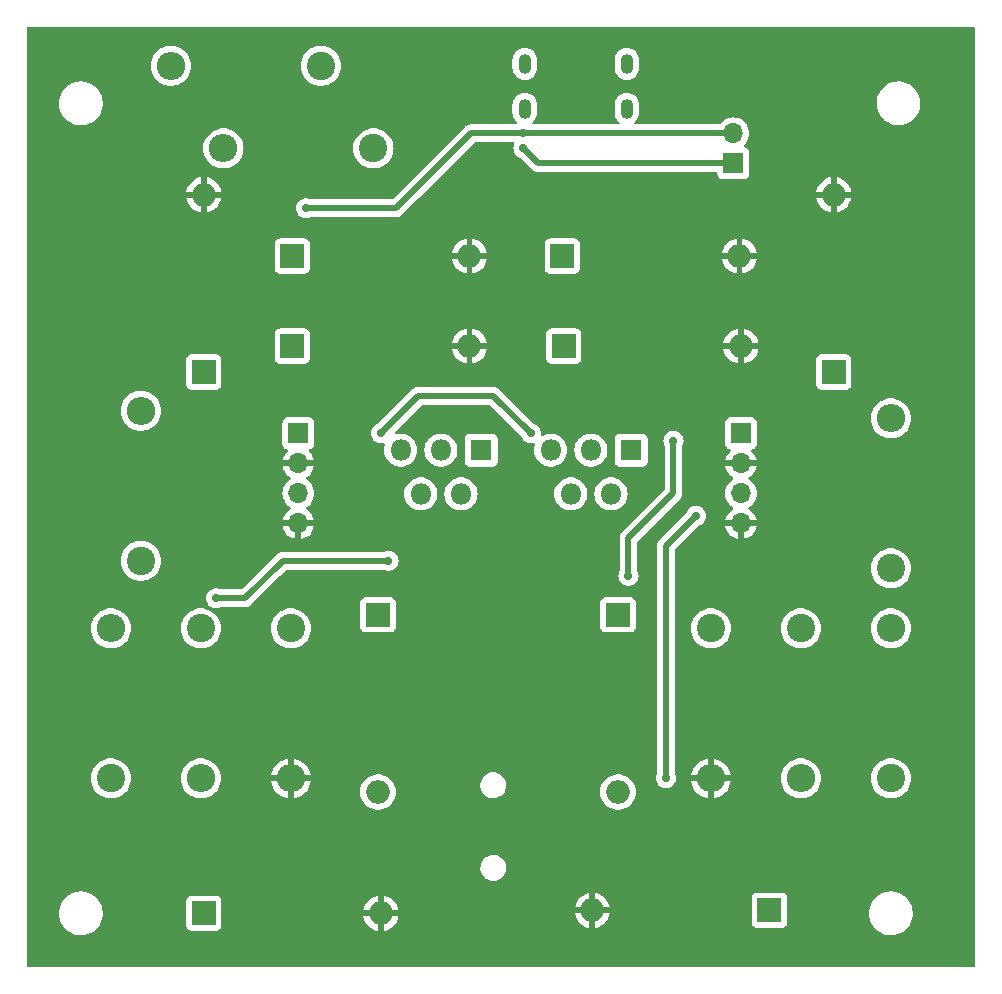
<source format=gbr>
%TF.GenerationSoftware,KiCad,Pcbnew,7.0.11-2.fc39*%
%TF.CreationDate,2024-04-27T19:47:06+02:00*%
%TF.ProjectId,tda2050-devboard,74646132-3035-4302-9d64-6576626f6172,rev?*%
%TF.SameCoordinates,Original*%
%TF.FileFunction,Copper,L2,Bot*%
%TF.FilePolarity,Positive*%
%FSLAX46Y46*%
G04 Gerber Fmt 4.6, Leading zero omitted, Abs format (unit mm)*
G04 Created by KiCad (PCBNEW 7.0.11-2.fc39) date 2024-04-27 19:47:06*
%MOMM*%
%LPD*%
G01*
G04 APERTURE LIST*
%TA.AperFunction,ComponentPad*%
%ADD10O,1.100000X1.700000*%
%TD*%
%TA.AperFunction,ComponentPad*%
%ADD11O,1.800000X1.800000*%
%TD*%
%TA.AperFunction,ComponentPad*%
%ADD12R,1.800000X1.800000*%
%TD*%
%TA.AperFunction,ComponentPad*%
%ADD13C,2.400000*%
%TD*%
%TA.AperFunction,ComponentPad*%
%ADD14O,2.400000X2.400000*%
%TD*%
%TA.AperFunction,ComponentPad*%
%ADD15R,1.700000X1.700000*%
%TD*%
%TA.AperFunction,ComponentPad*%
%ADD16O,1.700000X1.700000*%
%TD*%
%TA.AperFunction,ComponentPad*%
%ADD17O,2.000000X2.000000*%
%TD*%
%TA.AperFunction,ComponentPad*%
%ADD18R,2.000000X2.000000*%
%TD*%
%TA.AperFunction,ViaPad*%
%ADD19C,0.700000*%
%TD*%
%TA.AperFunction,Conductor*%
%ADD20C,0.500000*%
%TD*%
G04 APERTURE END LIST*
D10*
%TO.P,J5,S1,SHIELD*%
%TO.N,unconnected-(J5-SHIELD-PadS1)*%
X162435000Y-65865000D03*
X162435000Y-62065000D03*
X153795000Y-65865000D03*
X153795000Y-62065000D03*
%TD*%
D11*
%TO.P,U2,5,+Vs*%
%TO.N,/VS+*%
X155985000Y-94775000D03*
%TO.P,U2,4*%
%TO.N,/SPEAKER_LEFT+*%
X157685000Y-98475000D03*
%TO.P,U2,3,-Vs*%
%TO.N,/VS-*%
X159385000Y-94775000D03*
%TO.P,U2,2,-*%
%TO.N,Net-(U2--)*%
X161085000Y-98475000D03*
D12*
%TO.P,U2,1,+*%
%TO.N,Net-(U2-+)*%
X162785000Y-94775000D03*
%TD*%
D11*
%TO.P,U1,5,+Vs*%
%TO.N,/VS+*%
X143285000Y-94775000D03*
%TO.P,U1,4*%
%TO.N,/SPEAKER_RIGHT+*%
X144985000Y-98475000D03*
%TO.P,U1,3,-Vs*%
%TO.N,/VS-*%
X146685000Y-94775000D03*
%TO.P,U1,2,-*%
%TO.N,Net-(U1--)*%
X148385000Y-98475000D03*
D12*
%TO.P,U1,1,+*%
%TO.N,Net-(U1-+)*%
X150085000Y-94775000D03*
%TD*%
D13*
%TO.P,R10-22k,1*%
%TO.N,Net-(J5-CC1)*%
X140970000Y-69215000D03*
D14*
%TO.P,R10-22k,2*%
%TO.N,/VS-*%
X128270000Y-69215000D03*
%TD*%
D13*
%TO.P,R9-22k,1*%
%TO.N,Net-(J5-CC2)*%
X136525000Y-62230000D03*
D14*
%TO.P,R9-22k,2*%
%TO.N,/VS-*%
X123825000Y-62230000D03*
%TD*%
D13*
%TO.P,R8-2.2,1*%
%TO.N,/SPEAKER_LEFT+*%
X184785000Y-104775000D03*
D14*
%TO.P,R8-2.2,2*%
%TO.N,Net-(C14-Pad1)*%
X184785000Y-92075000D03*
%TD*%
%TO.P,R7-22k,2*%
%TO.N,/SPEAKER_LEFT+*%
X184785000Y-109855000D03*
D13*
%TO.P,R7-22k,1*%
%TO.N,Net-(U2--)*%
X184785000Y-122555000D03*
%TD*%
D14*
%TO.P,R6-680,2*%
%TO.N,Net-(C9-Pad1)*%
X177165000Y-122555000D03*
D13*
%TO.P,R6-680,1*%
%TO.N,Net-(U2--)*%
X177165000Y-109855000D03*
%TD*%
D14*
%TO.P,R5-22k,2*%
%TO.N,GND*%
X169545000Y-122555000D03*
D13*
%TO.P,R5-22k,1*%
%TO.N,Net-(U2-+)*%
X169545000Y-109855000D03*
%TD*%
%TO.P,R4-22k,1*%
%TO.N,Net-(U1-+)*%
X133985000Y-109855000D03*
D14*
%TO.P,R4-22k,2*%
%TO.N,GND*%
X133985000Y-122555000D03*
%TD*%
D13*
%TO.P,R3-680,1*%
%TO.N,Net-(U1--)*%
X126365000Y-109855000D03*
D14*
%TO.P,R3-680,2*%
%TO.N,Net-(C4-Pad1)*%
X126365000Y-122555000D03*
%TD*%
%TO.P,R2-22k,2*%
%TO.N,/SPEAKER_RIGHT+*%
X118745000Y-109855000D03*
D13*
%TO.P,R2-22k,1*%
%TO.N,Net-(U1--)*%
X118745000Y-122555000D03*
%TD*%
%TO.P,R1-2.2,1*%
%TO.N,/SPEAKER_RIGHT+*%
X121285000Y-104140000D03*
D14*
%TO.P,R1-2.2,2*%
%TO.N,Net-(C7-Pad1)*%
X121285000Y-91440000D03*
%TD*%
D15*
%TO.P,J3,1,Pin_1*%
%TO.N,/SPEAKER_LEFT+*%
X172085000Y-93345000D03*
D16*
%TO.P,J3,2,Pin_2*%
%TO.N,GND*%
X172085000Y-95885000D03*
%TO.P,J3,3,Pin_3*%
%TO.N,/IN_LEFT*%
X172085000Y-98425000D03*
%TO.P,J3,4,Pin_4*%
%TO.N,GND*%
X172085000Y-100965000D03*
%TD*%
%TO.P,J2,2,Pin_2*%
%TO.N,/VS-*%
X171450000Y-67945000D03*
D15*
%TO.P,J2,1,Pin_1*%
%TO.N,/VS+*%
X171450000Y-70485000D03*
%TD*%
%TO.P,J1,1,Pin_1*%
%TO.N,/SPEAKER_RIGHT+*%
X134620000Y-93345000D03*
D16*
%TO.P,J1,2,Pin_2*%
%TO.N,GND*%
X134620000Y-95885000D03*
%TO.P,J1,3,Pin_3*%
%TO.N,/IN_RIGHT*%
X134620000Y-98425000D03*
%TO.P,J1,4,Pin_4*%
%TO.N,GND*%
X134620000Y-100965000D03*
%TD*%
D17*
%TO.P,C14-0.47u,2*%
%TO.N,GND*%
X179947500Y-73145000D03*
D18*
%TO.P,C14-0.47u,1*%
%TO.N,Net-(C14-Pad1)*%
X179947500Y-88145000D03*
%TD*%
D17*
%TO.P,C9-22u,2*%
%TO.N,GND*%
X159505000Y-133742500D03*
D18*
%TO.P,C9-22u,1*%
%TO.N,Net-(C9-Pad1)*%
X174505000Y-133742500D03*
%TD*%
%TO.P,C8-100n,1*%
%TO.N,/VS-*%
X134105000Y-85967500D03*
D17*
%TO.P,C8-100n,2*%
%TO.N,GND*%
X149105000Y-85967500D03*
%TD*%
%TO.P,C7-0.47u,2*%
%TO.N,GND*%
X126607500Y-73145000D03*
D18*
%TO.P,C7-0.47u,1*%
%TO.N,Net-(C7-Pad1)*%
X126607500Y-88145000D03*
%TD*%
%TO.P,C6-1u,1*%
%TO.N,Net-(U2-+)*%
X161682500Y-108705000D03*
D17*
%TO.P,C6-1u,2*%
%TO.N,/IN_LEFT*%
X161682500Y-123705000D03*
%TD*%
D18*
%TO.P,C5-220u,1*%
%TO.N,/VS-*%
X134105000Y-78347500D03*
D17*
%TO.P,C5-220u,2*%
%TO.N,GND*%
X149105000Y-78347500D03*
%TD*%
%TO.P,C4-22u,2*%
%TO.N,GND*%
X141605000Y-133985000D03*
D18*
%TO.P,C4-22u,1*%
%TO.N,Net-(C4-Pad1)*%
X126605000Y-133985000D03*
%TD*%
D17*
%TO.P,C3-1u,2*%
%TO.N,/IN_RIGHT*%
X141362500Y-123705000D03*
D18*
%TO.P,C3-1u,1*%
%TO.N,Net-(U1-+)*%
X141362500Y-108705000D03*
%TD*%
%TO.P,C2-100n,1*%
%TO.N,/VS+*%
X156965000Y-78347500D03*
D17*
%TO.P,C2-100n,2*%
%TO.N,GND*%
X171965000Y-78347500D03*
%TD*%
%TO.P,C1-220u,2*%
%TO.N,GND*%
X172085000Y-85967500D03*
D18*
%TO.P,C1-220u,1*%
%TO.N,/VS+*%
X157085000Y-85967500D03*
%TD*%
D19*
%TO.N,Net-(U2-+)*%
X166370000Y-93980000D03*
X162560000Y-105410000D03*
%TO.N,/IN_LEFT*%
X165735000Y-122555000D03*
X168275000Y-100330000D03*
%TO.N,/VS+*%
X154305000Y-93345000D03*
X141605000Y-93345000D03*
%TO.N,GND*%
X177165000Y-71120000D03*
X173990000Y-84455000D03*
X173990000Y-76835000D03*
X151765000Y-84455000D03*
X151765000Y-78740000D03*
X121920000Y-73660000D03*
%TO.N,/VS-*%
X135255000Y-74295000D03*
%TO.N,GND*%
X137795000Y-100965000D03*
X131445000Y-95885000D03*
X158750000Y-130810000D03*
X170815000Y-125730000D03*
X134620000Y-125730000D03*
%TO.N,Net-(U1--)*%
X142240000Y-104140000D03*
X127635000Y-107315000D03*
%TO.N,/VS+*%
X153670000Y-69215000D03*
%TO.N,/VS-*%
X153670000Y-67945000D03*
%TD*%
D20*
%TO.N,Net-(U2-+)*%
X166370000Y-98425000D02*
X166370000Y-93980000D01*
X162560000Y-102235000D02*
X166370000Y-98425000D01*
X162560000Y-105410000D02*
X162560000Y-102235000D01*
%TO.N,/VS+*%
X141605000Y-93345000D02*
X144780000Y-90170000D01*
X144780000Y-90170000D02*
X151130000Y-90170000D01*
X151130000Y-90170000D02*
X154305000Y-93345000D01*
%TO.N,/IN_LEFT*%
X165735000Y-102870000D02*
X165735000Y-122555000D01*
X168275000Y-100330000D02*
X165735000Y-102870000D01*
%TO.N,/VS-*%
X142875000Y-74295000D02*
X149225000Y-67945000D01*
X135255000Y-74295000D02*
X142875000Y-74295000D01*
X149225000Y-67945000D02*
X153670000Y-67945000D01*
%TO.N,Net-(U1--)*%
X133283478Y-104140000D02*
X142240000Y-104140000D01*
X127635000Y-107315000D02*
X130108478Y-107315000D01*
X130108478Y-107315000D02*
X133283478Y-104140000D01*
%TO.N,/VS+*%
X153670000Y-69215000D02*
X154940000Y-70485000D01*
X154940000Y-70485000D02*
X171450000Y-70485000D01*
%TO.N,/VS-*%
X153670000Y-67945000D02*
X171450000Y-67945000D01*
%TD*%
%TA.AperFunction,Conductor*%
%TO.N,GND*%
G36*
X191847539Y-58940185D02*
G01*
X191893294Y-58992989D01*
X191904500Y-59044500D01*
X191904500Y-138440500D01*
X191884815Y-138507539D01*
X191832011Y-138553294D01*
X191780500Y-138564500D01*
X111749500Y-138564500D01*
X111682461Y-138544815D01*
X111636706Y-138492011D01*
X111625500Y-138440500D01*
X111625500Y-134052763D01*
X114350787Y-134052763D01*
X114380413Y-134322013D01*
X114380415Y-134322024D01*
X114420073Y-134473716D01*
X114448928Y-134584088D01*
X114554870Y-134833390D01*
X114676608Y-135032864D01*
X114695979Y-135064605D01*
X114695986Y-135064615D01*
X114869253Y-135272819D01*
X114869259Y-135272824D01*
X115070998Y-135453582D01*
X115296910Y-135603044D01*
X115542176Y-135718020D01*
X115542183Y-135718022D01*
X115542185Y-135718023D01*
X115801557Y-135796057D01*
X115801564Y-135796058D01*
X115801569Y-135796060D01*
X116069561Y-135835500D01*
X116069566Y-135835500D01*
X116272629Y-135835500D01*
X116272631Y-135835500D01*
X116272636Y-135835499D01*
X116272648Y-135835499D01*
X116310191Y-135832750D01*
X116475156Y-135820677D01*
X116587758Y-135795593D01*
X116739546Y-135761782D01*
X116739548Y-135761781D01*
X116739553Y-135761780D01*
X116992558Y-135665014D01*
X117228777Y-135532441D01*
X117443177Y-135366888D01*
X117631186Y-135171881D01*
X117730640Y-135032870D01*
X125104500Y-135032870D01*
X125104501Y-135032876D01*
X125110908Y-135092483D01*
X125161202Y-135227328D01*
X125161206Y-135227335D01*
X125247452Y-135342544D01*
X125247455Y-135342547D01*
X125362664Y-135428793D01*
X125362671Y-135428797D01*
X125497517Y-135479091D01*
X125497516Y-135479091D01*
X125504444Y-135479835D01*
X125557127Y-135485500D01*
X127652872Y-135485499D01*
X127712483Y-135479091D01*
X127847331Y-135428796D01*
X127962546Y-135342546D01*
X128048796Y-135227331D01*
X128099091Y-135092483D01*
X128105500Y-135032873D01*
X128105500Y-134235000D01*
X140120960Y-134235000D01*
X140181411Y-134473716D01*
X140281267Y-134701367D01*
X140417232Y-134909478D01*
X140585592Y-135092364D01*
X140585602Y-135092373D01*
X140781762Y-135245051D01*
X140781771Y-135245057D01*
X141000385Y-135363364D01*
X141000396Y-135363369D01*
X141235507Y-135444083D01*
X141354999Y-135464023D01*
X141355000Y-135464022D01*
X141355000Y-134420501D01*
X141462685Y-134469680D01*
X141569237Y-134485000D01*
X141640763Y-134485000D01*
X141747315Y-134469680D01*
X141855000Y-134420501D01*
X141855000Y-135464023D01*
X141974492Y-135444083D01*
X142209603Y-135363369D01*
X142209614Y-135363364D01*
X142428228Y-135245057D01*
X142428237Y-135245051D01*
X142624397Y-135092373D01*
X142624407Y-135092364D01*
X142792767Y-134909478D01*
X142928732Y-134701367D01*
X143028588Y-134473716D01*
X143089040Y-134235000D01*
X142038686Y-134235000D01*
X142064493Y-134194844D01*
X142105000Y-134056889D01*
X142105000Y-133992500D01*
X158020960Y-133992500D01*
X158081411Y-134231216D01*
X158181267Y-134458867D01*
X158317232Y-134666978D01*
X158485592Y-134849864D01*
X158485602Y-134849873D01*
X158681762Y-135002551D01*
X158681771Y-135002557D01*
X158900385Y-135120864D01*
X158900396Y-135120869D01*
X159135507Y-135201583D01*
X159254999Y-135221523D01*
X159255000Y-135221522D01*
X159255000Y-134178001D01*
X159362685Y-134227180D01*
X159469237Y-134242500D01*
X159540763Y-134242500D01*
X159647315Y-134227180D01*
X159755000Y-134178001D01*
X159755000Y-135221523D01*
X159874492Y-135201583D01*
X160109603Y-135120869D01*
X160109614Y-135120864D01*
X160328228Y-135002557D01*
X160328237Y-135002551D01*
X160524397Y-134849873D01*
X160524407Y-134849864D01*
X160579176Y-134790370D01*
X173004500Y-134790370D01*
X173004501Y-134790376D01*
X173010908Y-134849983D01*
X173061202Y-134984828D01*
X173061206Y-134984835D01*
X173147452Y-135100044D01*
X173147455Y-135100047D01*
X173262664Y-135186293D01*
X173262671Y-135186297D01*
X173397517Y-135236591D01*
X173397516Y-135236591D01*
X173404444Y-135237335D01*
X173457127Y-135243000D01*
X175552872Y-135242999D01*
X175612483Y-135236591D01*
X175747331Y-135186296D01*
X175862546Y-135100046D01*
X175948796Y-134984831D01*
X175999091Y-134849983D01*
X176005500Y-134790373D01*
X176005500Y-134052763D01*
X182930787Y-134052763D01*
X182960413Y-134322013D01*
X182960415Y-134322024D01*
X183000073Y-134473716D01*
X183028928Y-134584088D01*
X183134870Y-134833390D01*
X183256608Y-135032864D01*
X183275979Y-135064605D01*
X183275986Y-135064615D01*
X183449253Y-135272819D01*
X183449259Y-135272824D01*
X183650998Y-135453582D01*
X183876910Y-135603044D01*
X184122176Y-135718020D01*
X184122183Y-135718022D01*
X184122185Y-135718023D01*
X184381557Y-135796057D01*
X184381564Y-135796058D01*
X184381569Y-135796060D01*
X184649561Y-135835500D01*
X184649566Y-135835500D01*
X184852629Y-135835500D01*
X184852631Y-135835500D01*
X184852636Y-135835499D01*
X184852648Y-135835499D01*
X184890191Y-135832750D01*
X185055156Y-135820677D01*
X185167758Y-135795593D01*
X185319546Y-135761782D01*
X185319548Y-135761781D01*
X185319553Y-135761780D01*
X185572558Y-135665014D01*
X185808777Y-135532441D01*
X186023177Y-135366888D01*
X186211186Y-135171881D01*
X186368799Y-134951579D01*
X186442787Y-134807669D01*
X186492649Y-134710690D01*
X186492651Y-134710684D01*
X186492656Y-134710675D01*
X186580118Y-134454305D01*
X186629319Y-134187933D01*
X186639212Y-133917235D01*
X186609586Y-133647982D01*
X186541072Y-133385912D01*
X186435130Y-133136610D01*
X186294018Y-132905390D01*
X186270821Y-132877516D01*
X186120746Y-132697180D01*
X186120740Y-132697175D01*
X185919002Y-132516418D01*
X185693092Y-132366957D01*
X185687072Y-132364135D01*
X185447824Y-132251980D01*
X185447819Y-132251978D01*
X185447814Y-132251976D01*
X185188442Y-132173942D01*
X185188428Y-132173939D01*
X185072791Y-132156921D01*
X184920439Y-132134500D01*
X184717369Y-132134500D01*
X184717351Y-132134500D01*
X184514844Y-132149323D01*
X184514831Y-132149325D01*
X184250453Y-132208217D01*
X184250446Y-132208220D01*
X183997439Y-132304987D01*
X183761226Y-132437557D01*
X183546822Y-132603112D01*
X183358822Y-132798109D01*
X183358816Y-132798116D01*
X183201202Y-133018419D01*
X183201199Y-133018424D01*
X183077350Y-133259309D01*
X183077343Y-133259327D01*
X182989884Y-133515685D01*
X182989881Y-133515699D01*
X182940681Y-133782068D01*
X182940680Y-133782075D01*
X182930787Y-134052763D01*
X176005500Y-134052763D01*
X176005499Y-132694628D01*
X175999091Y-132635017D01*
X175996270Y-132627454D01*
X175948797Y-132500171D01*
X175948793Y-132500164D01*
X175862547Y-132384955D01*
X175862544Y-132384952D01*
X175747335Y-132298706D01*
X175747328Y-132298702D01*
X175612482Y-132248408D01*
X175612483Y-132248408D01*
X175552883Y-132242001D01*
X175552881Y-132242000D01*
X175552873Y-132242000D01*
X175552864Y-132242000D01*
X173457129Y-132242000D01*
X173457123Y-132242001D01*
X173397516Y-132248408D01*
X173262671Y-132298702D01*
X173262664Y-132298706D01*
X173147455Y-132384952D01*
X173147452Y-132384955D01*
X173061206Y-132500164D01*
X173061202Y-132500171D01*
X173010908Y-132635017D01*
X173004501Y-132694616D01*
X173004501Y-132694623D01*
X173004500Y-132694635D01*
X173004500Y-134790370D01*
X160579176Y-134790370D01*
X160692767Y-134666978D01*
X160828732Y-134458867D01*
X160928588Y-134231216D01*
X160989040Y-133992500D01*
X159938686Y-133992500D01*
X159964493Y-133952344D01*
X160005000Y-133814389D01*
X160005000Y-133670611D01*
X159964493Y-133532656D01*
X159938686Y-133492500D01*
X160989040Y-133492500D01*
X160928588Y-133253783D01*
X160828732Y-133026132D01*
X160692767Y-132818021D01*
X160524407Y-132635135D01*
X160524397Y-132635126D01*
X160328237Y-132482448D01*
X160328228Y-132482442D01*
X160109614Y-132364135D01*
X160109603Y-132364130D01*
X159874492Y-132283416D01*
X159755000Y-132263476D01*
X159755000Y-133306998D01*
X159647315Y-133257820D01*
X159540763Y-133242500D01*
X159469237Y-133242500D01*
X159362685Y-133257820D01*
X159255000Y-133306998D01*
X159255000Y-132263476D01*
X159254999Y-132263476D01*
X159135507Y-132283416D01*
X158900396Y-132364130D01*
X158900385Y-132364135D01*
X158681771Y-132482442D01*
X158681762Y-132482448D01*
X158485602Y-132635126D01*
X158485592Y-132635135D01*
X158317232Y-132818021D01*
X158181267Y-133026132D01*
X158081411Y-133253783D01*
X158020960Y-133492500D01*
X159071314Y-133492500D01*
X159045507Y-133532656D01*
X159005000Y-133670611D01*
X159005000Y-133814389D01*
X159045507Y-133952344D01*
X159071314Y-133992500D01*
X158020960Y-133992500D01*
X142105000Y-133992500D01*
X142105000Y-133913111D01*
X142064493Y-133775156D01*
X142038686Y-133735000D01*
X143089040Y-133735000D01*
X143028588Y-133496283D01*
X142928732Y-133268632D01*
X142792767Y-133060521D01*
X142624407Y-132877635D01*
X142624397Y-132877626D01*
X142428237Y-132724948D01*
X142428228Y-132724942D01*
X142209614Y-132606635D01*
X142209603Y-132606630D01*
X141974492Y-132525916D01*
X141855000Y-132505976D01*
X141855000Y-133549498D01*
X141747315Y-133500320D01*
X141640763Y-133485000D01*
X141569237Y-133485000D01*
X141462685Y-133500320D01*
X141355000Y-133549498D01*
X141355000Y-132505976D01*
X141354999Y-132505976D01*
X141235507Y-132525916D01*
X141000396Y-132606630D01*
X141000385Y-132606635D01*
X140781771Y-132724942D01*
X140781762Y-132724948D01*
X140585602Y-132877626D01*
X140585592Y-132877635D01*
X140417232Y-133060521D01*
X140281267Y-133268632D01*
X140181411Y-133496283D01*
X140120960Y-133735000D01*
X141171314Y-133735000D01*
X141145507Y-133775156D01*
X141105000Y-133913111D01*
X141105000Y-134056889D01*
X141145507Y-134194844D01*
X141171314Y-134235000D01*
X140120960Y-134235000D01*
X128105500Y-134235000D01*
X128105499Y-132937128D01*
X128099091Y-132877517D01*
X128076900Y-132818021D01*
X128048797Y-132742671D01*
X128048793Y-132742664D01*
X127962547Y-132627455D01*
X127962544Y-132627452D01*
X127847335Y-132541206D01*
X127847328Y-132541202D01*
X127712482Y-132490908D01*
X127712483Y-132490908D01*
X127652883Y-132484501D01*
X127652881Y-132484500D01*
X127652873Y-132484500D01*
X127652864Y-132484500D01*
X125557129Y-132484500D01*
X125557123Y-132484501D01*
X125497516Y-132490908D01*
X125362671Y-132541202D01*
X125362664Y-132541206D01*
X125247455Y-132627452D01*
X125247452Y-132627455D01*
X125161206Y-132742664D01*
X125161202Y-132742671D01*
X125110908Y-132877517D01*
X125104501Y-132937116D01*
X125104501Y-132937123D01*
X125104500Y-132937135D01*
X125104500Y-135032870D01*
X117730640Y-135032870D01*
X117788799Y-134951579D01*
X117862787Y-134807669D01*
X117912649Y-134710690D01*
X117912651Y-134710684D01*
X117912656Y-134710675D01*
X118000118Y-134454305D01*
X118049319Y-134187933D01*
X118059212Y-133917235D01*
X118029586Y-133647982D01*
X117961072Y-133385912D01*
X117855130Y-133136610D01*
X117714018Y-132905390D01*
X117690821Y-132877516D01*
X117540746Y-132697180D01*
X117540740Y-132697175D01*
X117339002Y-132516418D01*
X117113092Y-132366957D01*
X117107072Y-132364135D01*
X116867824Y-132251980D01*
X116867819Y-132251978D01*
X116867814Y-132251976D01*
X116608442Y-132173942D01*
X116608428Y-132173939D01*
X116492791Y-132156921D01*
X116340439Y-132134500D01*
X116137369Y-132134500D01*
X116137351Y-132134500D01*
X115934844Y-132149323D01*
X115934831Y-132149325D01*
X115670453Y-132208217D01*
X115670446Y-132208220D01*
X115417439Y-132304987D01*
X115181226Y-132437557D01*
X114966822Y-132603112D01*
X114778822Y-132798109D01*
X114778816Y-132798116D01*
X114621202Y-133018419D01*
X114621199Y-133018424D01*
X114497350Y-133259309D01*
X114497343Y-133259327D01*
X114409884Y-133515685D01*
X114409881Y-133515699D01*
X114360681Y-133782068D01*
X114360680Y-133782075D01*
X114350787Y-134052763D01*
X111625500Y-134052763D01*
X111625500Y-130082401D01*
X150025746Y-130082401D01*
X150035745Y-130292327D01*
X150085296Y-130496578D01*
X150085298Y-130496582D01*
X150172598Y-130687743D01*
X150172601Y-130687748D01*
X150172602Y-130687750D01*
X150172604Y-130687753D01*
X150235627Y-130776256D01*
X150294515Y-130858953D01*
X150294520Y-130858959D01*
X150446620Y-131003985D01*
X150541578Y-131065011D01*
X150623428Y-131117613D01*
X150818543Y-131195725D01*
X150921729Y-131215612D01*
X151024914Y-131235500D01*
X151024915Y-131235500D01*
X151182419Y-131235500D01*
X151182425Y-131235500D01*
X151339218Y-131220528D01*
X151540875Y-131161316D01*
X151727682Y-131065011D01*
X151892886Y-130935092D01*
X152030519Y-130776256D01*
X152135604Y-130594244D01*
X152204344Y-130395633D01*
X152234254Y-130187602D01*
X152224254Y-129977670D01*
X152174704Y-129773424D01*
X152174701Y-129773417D01*
X152087401Y-129582256D01*
X152087398Y-129582251D01*
X152087397Y-129582250D01*
X152087396Y-129582247D01*
X151965486Y-129411048D01*
X151965484Y-129411046D01*
X151965479Y-129411040D01*
X151813379Y-129266014D01*
X151636574Y-129152388D01*
X151441455Y-129074274D01*
X151235086Y-129034500D01*
X151235085Y-129034500D01*
X151077575Y-129034500D01*
X150920782Y-129049472D01*
X150920778Y-129049473D01*
X150719127Y-129108683D01*
X150532313Y-129204991D01*
X150367116Y-129334905D01*
X150367112Y-129334909D01*
X150229478Y-129493746D01*
X150124398Y-129675750D01*
X150055656Y-129874365D01*
X150055656Y-129874367D01*
X150040804Y-129977670D01*
X150025746Y-130082401D01*
X111625500Y-130082401D01*
X111625500Y-122555004D01*
X117039732Y-122555004D01*
X117058777Y-122809154D01*
X117073661Y-122874367D01*
X117115492Y-123057637D01*
X117208607Y-123294888D01*
X117336041Y-123515612D01*
X117494950Y-123714877D01*
X117681783Y-123888232D01*
X117892366Y-124031805D01*
X117892371Y-124031807D01*
X117892372Y-124031808D01*
X117892373Y-124031809D01*
X118014328Y-124090538D01*
X118121992Y-124142387D01*
X118121993Y-124142387D01*
X118121996Y-124142389D01*
X118365542Y-124217513D01*
X118617565Y-124255500D01*
X118872435Y-124255500D01*
X119124458Y-124217513D01*
X119368004Y-124142389D01*
X119597634Y-124031805D01*
X119808217Y-123888232D01*
X119995050Y-123714877D01*
X120153959Y-123515612D01*
X120281393Y-123294888D01*
X120374508Y-123057637D01*
X120431222Y-122809157D01*
X120447101Y-122597261D01*
X120450268Y-122555004D01*
X124659732Y-122555004D01*
X124678777Y-122809154D01*
X124693661Y-122874367D01*
X124735492Y-123057637D01*
X124828607Y-123294888D01*
X124956041Y-123515612D01*
X125114950Y-123714877D01*
X125301783Y-123888232D01*
X125512366Y-124031805D01*
X125512371Y-124031807D01*
X125512372Y-124031808D01*
X125512373Y-124031809D01*
X125634328Y-124090538D01*
X125741992Y-124142387D01*
X125741993Y-124142387D01*
X125741996Y-124142389D01*
X125985542Y-124217513D01*
X126237565Y-124255500D01*
X126492435Y-124255500D01*
X126744458Y-124217513D01*
X126988004Y-124142389D01*
X127217634Y-124031805D01*
X127428217Y-123888232D01*
X127615050Y-123714877D01*
X127773959Y-123515612D01*
X127901393Y-123294888D01*
X127994508Y-123057637D01*
X128051222Y-122809157D01*
X128051534Y-122805000D01*
X132298968Y-122805000D01*
X132299274Y-122809079D01*
X132299275Y-122809086D01*
X132355967Y-123057475D01*
X132355973Y-123057494D01*
X132449058Y-123294671D01*
X132449057Y-123294671D01*
X132576455Y-123515328D01*
X132735320Y-123714540D01*
X132922097Y-123887842D01*
X133132616Y-124031371D01*
X133132624Y-124031376D01*
X133362176Y-124141921D01*
X133362174Y-124141921D01*
X133605652Y-124217024D01*
X133605660Y-124217026D01*
X133735000Y-124236520D01*
X133735000Y-123100881D01*
X133828369Y-123139556D01*
X133945677Y-123155000D01*
X134024323Y-123155000D01*
X134141631Y-123139556D01*
X134235000Y-123100881D01*
X134235000Y-124236519D01*
X134364339Y-124217026D01*
X134364347Y-124217024D01*
X134607824Y-124141921D01*
X134837376Y-124031376D01*
X134837377Y-124031375D01*
X135047905Y-123887840D01*
X135234679Y-123714540D01*
X135242283Y-123705005D01*
X139856857Y-123705005D01*
X139877390Y-123952812D01*
X139877392Y-123952824D01*
X139938436Y-124193881D01*
X140038326Y-124421606D01*
X140174333Y-124629782D01*
X140174336Y-124629785D01*
X140342756Y-124812738D01*
X140538991Y-124965474D01*
X140757690Y-125083828D01*
X140992886Y-125164571D01*
X141238165Y-125205500D01*
X141486835Y-125205500D01*
X141732114Y-125164571D01*
X141967310Y-125083828D01*
X142186009Y-124965474D01*
X142382244Y-124812738D01*
X142550664Y-124629785D01*
X142686673Y-124421607D01*
X142786563Y-124193881D01*
X142847608Y-123952821D01*
X142852960Y-123888231D01*
X142868143Y-123705005D01*
X142868143Y-123704994D01*
X142847609Y-123457187D01*
X142847607Y-123457175D01*
X142786563Y-123216118D01*
X142727909Y-123082401D01*
X150025746Y-123082401D01*
X150035745Y-123292327D01*
X150085296Y-123496578D01*
X150085298Y-123496582D01*
X150172598Y-123687743D01*
X150172601Y-123687748D01*
X150172602Y-123687750D01*
X150172604Y-123687753D01*
X150235627Y-123776256D01*
X150294515Y-123858953D01*
X150294520Y-123858959D01*
X150446620Y-124003985D01*
X150541578Y-124065011D01*
X150623428Y-124117613D01*
X150818543Y-124195725D01*
X150921729Y-124215612D01*
X151024914Y-124235500D01*
X151024915Y-124235500D01*
X151182419Y-124235500D01*
X151182425Y-124235500D01*
X151339218Y-124220528D01*
X151540875Y-124161316D01*
X151727682Y-124065011D01*
X151769907Y-124031805D01*
X151892883Y-123935094D01*
X151892886Y-123935092D01*
X152030519Y-123776256D01*
X152071656Y-123705005D01*
X160176857Y-123705005D01*
X160197390Y-123952812D01*
X160197392Y-123952824D01*
X160258436Y-124193881D01*
X160358326Y-124421606D01*
X160494333Y-124629782D01*
X160494336Y-124629785D01*
X160662756Y-124812738D01*
X160858991Y-124965474D01*
X161077690Y-125083828D01*
X161312886Y-125164571D01*
X161558165Y-125205500D01*
X161806835Y-125205500D01*
X162052114Y-125164571D01*
X162287310Y-125083828D01*
X162506009Y-124965474D01*
X162702244Y-124812738D01*
X162870664Y-124629785D01*
X163006673Y-124421607D01*
X163106563Y-124193881D01*
X163167608Y-123952821D01*
X163172960Y-123888231D01*
X163188143Y-123705005D01*
X163188143Y-123704994D01*
X163167609Y-123457187D01*
X163167607Y-123457175D01*
X163106563Y-123216118D01*
X163006673Y-122988393D01*
X162870666Y-122780217D01*
X162807528Y-122711631D01*
X162702244Y-122597262D01*
X162647946Y-122555000D01*
X164879815Y-122555000D01*
X164898503Y-122732805D01*
X164898504Y-122732807D01*
X164953747Y-122902829D01*
X164953750Y-122902835D01*
X165043141Y-123057665D01*
X165084812Y-123103946D01*
X165162764Y-123190521D01*
X165162767Y-123190523D01*
X165162770Y-123190526D01*
X165307407Y-123295612D01*
X165470733Y-123368329D01*
X165645609Y-123405500D01*
X165645610Y-123405500D01*
X165824389Y-123405500D01*
X165824391Y-123405500D01*
X165999267Y-123368329D01*
X166162593Y-123295612D01*
X166307230Y-123190526D01*
X166309867Y-123187598D01*
X166339218Y-123155000D01*
X166426859Y-123057665D01*
X166516250Y-122902835D01*
X166548039Y-122805000D01*
X167858968Y-122805000D01*
X167859274Y-122809079D01*
X167859275Y-122809086D01*
X167915967Y-123057475D01*
X167915973Y-123057494D01*
X168009058Y-123294671D01*
X168009057Y-123294671D01*
X168136455Y-123515328D01*
X168295320Y-123714540D01*
X168482097Y-123887842D01*
X168692616Y-124031371D01*
X168692624Y-124031376D01*
X168922176Y-124141921D01*
X168922174Y-124141921D01*
X169165652Y-124217024D01*
X169165660Y-124217026D01*
X169295000Y-124236520D01*
X169295000Y-123100881D01*
X169388369Y-123139556D01*
X169505677Y-123155000D01*
X169584323Y-123155000D01*
X169701631Y-123139556D01*
X169795000Y-123100881D01*
X169795000Y-124236519D01*
X169924339Y-124217026D01*
X169924347Y-124217024D01*
X170167824Y-124141921D01*
X170397376Y-124031376D01*
X170397377Y-124031375D01*
X170607905Y-123887840D01*
X170794679Y-123714540D01*
X170953544Y-123515328D01*
X171080941Y-123294671D01*
X171174026Y-123057494D01*
X171174032Y-123057475D01*
X171230724Y-122809086D01*
X171230725Y-122809079D01*
X171231032Y-122805000D01*
X170090882Y-122805000D01*
X170129556Y-122711631D01*
X170150176Y-122555004D01*
X175459732Y-122555004D01*
X175478777Y-122809154D01*
X175493661Y-122874367D01*
X175535492Y-123057637D01*
X175628607Y-123294888D01*
X175756041Y-123515612D01*
X175914950Y-123714877D01*
X176101783Y-123888232D01*
X176312366Y-124031805D01*
X176312371Y-124031807D01*
X176312372Y-124031808D01*
X176312373Y-124031809D01*
X176434328Y-124090538D01*
X176541992Y-124142387D01*
X176541993Y-124142387D01*
X176541996Y-124142389D01*
X176785542Y-124217513D01*
X177037565Y-124255500D01*
X177292435Y-124255500D01*
X177544458Y-124217513D01*
X177788004Y-124142389D01*
X178017634Y-124031805D01*
X178228217Y-123888232D01*
X178415050Y-123714877D01*
X178573959Y-123515612D01*
X178701393Y-123294888D01*
X178794508Y-123057637D01*
X178851222Y-122809157D01*
X178867101Y-122597261D01*
X178870268Y-122555004D01*
X183079732Y-122555004D01*
X183098777Y-122809154D01*
X183113661Y-122874367D01*
X183155492Y-123057637D01*
X183248607Y-123294888D01*
X183376041Y-123515612D01*
X183534950Y-123714877D01*
X183721783Y-123888232D01*
X183932366Y-124031805D01*
X183932371Y-124031807D01*
X183932372Y-124031808D01*
X183932373Y-124031809D01*
X184054328Y-124090538D01*
X184161992Y-124142387D01*
X184161993Y-124142387D01*
X184161996Y-124142389D01*
X184405542Y-124217513D01*
X184657565Y-124255500D01*
X184912435Y-124255500D01*
X185164458Y-124217513D01*
X185408004Y-124142389D01*
X185637634Y-124031805D01*
X185848217Y-123888232D01*
X186035050Y-123714877D01*
X186193959Y-123515612D01*
X186321393Y-123294888D01*
X186414508Y-123057637D01*
X186471222Y-122809157D01*
X186487101Y-122597261D01*
X186490268Y-122555004D01*
X186490268Y-122554995D01*
X186473775Y-122334908D01*
X186471222Y-122300843D01*
X186414508Y-122052363D01*
X186321393Y-121815112D01*
X186193959Y-121594388D01*
X186035050Y-121395123D01*
X185848217Y-121221768D01*
X185637634Y-121078195D01*
X185637630Y-121078193D01*
X185637627Y-121078191D01*
X185637626Y-121078190D01*
X185408006Y-120967612D01*
X185408008Y-120967612D01*
X185164466Y-120892489D01*
X185164462Y-120892488D01*
X185164458Y-120892487D01*
X185038350Y-120873479D01*
X184912440Y-120854500D01*
X184912435Y-120854500D01*
X184657565Y-120854500D01*
X184657559Y-120854500D01*
X184500609Y-120878157D01*
X184405542Y-120892487D01*
X184405539Y-120892488D01*
X184405533Y-120892489D01*
X184161992Y-120967612D01*
X183932373Y-121078190D01*
X183932372Y-121078191D01*
X183721782Y-121221768D01*
X183534952Y-121395121D01*
X183534950Y-121395123D01*
X183376041Y-121594388D01*
X183248608Y-121815109D01*
X183155492Y-122052362D01*
X183155490Y-122052369D01*
X183098777Y-122300845D01*
X183079732Y-122554995D01*
X183079732Y-122555004D01*
X178870268Y-122555004D01*
X178870268Y-122554995D01*
X178853775Y-122334908D01*
X178851222Y-122300843D01*
X178794508Y-122052363D01*
X178701393Y-121815112D01*
X178573959Y-121594388D01*
X178415050Y-121395123D01*
X178228217Y-121221768D01*
X178017634Y-121078195D01*
X178017630Y-121078193D01*
X178017627Y-121078191D01*
X178017626Y-121078190D01*
X177788006Y-120967612D01*
X177788008Y-120967612D01*
X177544466Y-120892489D01*
X177544462Y-120892488D01*
X177544458Y-120892487D01*
X177418350Y-120873479D01*
X177292440Y-120854500D01*
X177292435Y-120854500D01*
X177037565Y-120854500D01*
X177037559Y-120854500D01*
X176880609Y-120878157D01*
X176785542Y-120892487D01*
X176785539Y-120892488D01*
X176785533Y-120892489D01*
X176541992Y-120967612D01*
X176312373Y-121078190D01*
X176312372Y-121078191D01*
X176101782Y-121221768D01*
X175914952Y-121395121D01*
X175914950Y-121395123D01*
X175756041Y-121594388D01*
X175628608Y-121815109D01*
X175535492Y-122052362D01*
X175535490Y-122052369D01*
X175478777Y-122300845D01*
X175459732Y-122554995D01*
X175459732Y-122555004D01*
X170150176Y-122555004D01*
X170150177Y-122555000D01*
X170129556Y-122398369D01*
X170090882Y-122305000D01*
X171231031Y-122305000D01*
X171230725Y-122300920D01*
X171230724Y-122300913D01*
X171174032Y-122052524D01*
X171174026Y-122052505D01*
X171080941Y-121815328D01*
X171080942Y-121815328D01*
X170953544Y-121594671D01*
X170794679Y-121395459D01*
X170607905Y-121222159D01*
X170397377Y-121078624D01*
X170397376Y-121078623D01*
X170167823Y-120968078D01*
X170167825Y-120968078D01*
X169924354Y-120892977D01*
X169924348Y-120892976D01*
X169795000Y-120873479D01*
X169795000Y-122009118D01*
X169701631Y-121970444D01*
X169584323Y-121955000D01*
X169505677Y-121955000D01*
X169388369Y-121970444D01*
X169295000Y-122009118D01*
X169295000Y-120873479D01*
X169165651Y-120892976D01*
X169165645Y-120892977D01*
X168922175Y-120968078D01*
X168692624Y-121078623D01*
X168692616Y-121078628D01*
X168482097Y-121222157D01*
X168295320Y-121395459D01*
X168136455Y-121594671D01*
X168009058Y-121815328D01*
X167915973Y-122052505D01*
X167915967Y-122052524D01*
X167859275Y-122300913D01*
X167859274Y-122300920D01*
X167858968Y-122305000D01*
X168999118Y-122305000D01*
X168960444Y-122398369D01*
X168939823Y-122555000D01*
X168960444Y-122711631D01*
X168999118Y-122805000D01*
X167858968Y-122805000D01*
X166548039Y-122805000D01*
X166571497Y-122732803D01*
X166590185Y-122555000D01*
X166571497Y-122377197D01*
X166516250Y-122207165D01*
X166514994Y-122204989D01*
X166502113Y-122182678D01*
X166485500Y-122120678D01*
X166485500Y-109855004D01*
X167839732Y-109855004D01*
X167858777Y-110109154D01*
X167880767Y-110205500D01*
X167915492Y-110357637D01*
X168008607Y-110594888D01*
X168136041Y-110815612D01*
X168294950Y-111014877D01*
X168481783Y-111188232D01*
X168692366Y-111331805D01*
X168692371Y-111331807D01*
X168692372Y-111331808D01*
X168692373Y-111331809D01*
X168814328Y-111390538D01*
X168921992Y-111442387D01*
X168921993Y-111442387D01*
X168921996Y-111442389D01*
X169165542Y-111517513D01*
X169417565Y-111555500D01*
X169672435Y-111555500D01*
X169924458Y-111517513D01*
X170168004Y-111442389D01*
X170397634Y-111331805D01*
X170608217Y-111188232D01*
X170795050Y-111014877D01*
X170953959Y-110815612D01*
X171081393Y-110594888D01*
X171174508Y-110357637D01*
X171231222Y-110109157D01*
X171250268Y-109855004D01*
X175459732Y-109855004D01*
X175478777Y-110109154D01*
X175500767Y-110205500D01*
X175535492Y-110357637D01*
X175628607Y-110594888D01*
X175756041Y-110815612D01*
X175914950Y-111014877D01*
X176101783Y-111188232D01*
X176312366Y-111331805D01*
X176312371Y-111331807D01*
X176312372Y-111331808D01*
X176312373Y-111331809D01*
X176434328Y-111390538D01*
X176541992Y-111442387D01*
X176541993Y-111442387D01*
X176541996Y-111442389D01*
X176785542Y-111517513D01*
X177037565Y-111555500D01*
X177292435Y-111555500D01*
X177544458Y-111517513D01*
X177788004Y-111442389D01*
X178017634Y-111331805D01*
X178228217Y-111188232D01*
X178415050Y-111014877D01*
X178573959Y-110815612D01*
X178701393Y-110594888D01*
X178794508Y-110357637D01*
X178851222Y-110109157D01*
X178870268Y-109855004D01*
X183079732Y-109855004D01*
X183098777Y-110109154D01*
X183120767Y-110205500D01*
X183155492Y-110357637D01*
X183248607Y-110594888D01*
X183376041Y-110815612D01*
X183534950Y-111014877D01*
X183721783Y-111188232D01*
X183932366Y-111331805D01*
X183932371Y-111331807D01*
X183932372Y-111331808D01*
X183932373Y-111331809D01*
X184054328Y-111390538D01*
X184161992Y-111442387D01*
X184161993Y-111442387D01*
X184161996Y-111442389D01*
X184405542Y-111517513D01*
X184657565Y-111555500D01*
X184912435Y-111555500D01*
X185164458Y-111517513D01*
X185408004Y-111442389D01*
X185637634Y-111331805D01*
X185848217Y-111188232D01*
X186035050Y-111014877D01*
X186193959Y-110815612D01*
X186321393Y-110594888D01*
X186414508Y-110357637D01*
X186471222Y-110109157D01*
X186490268Y-109855000D01*
X186471222Y-109600843D01*
X186414508Y-109352363D01*
X186321393Y-109115112D01*
X186193959Y-108894388D01*
X186035050Y-108695123D01*
X185848217Y-108521768D01*
X185637634Y-108378195D01*
X185637630Y-108378193D01*
X185637627Y-108378191D01*
X185637626Y-108378190D01*
X185408006Y-108267612D01*
X185408008Y-108267612D01*
X185164466Y-108192489D01*
X185164462Y-108192488D01*
X185164458Y-108192487D01*
X185043231Y-108174214D01*
X184912440Y-108154500D01*
X184912435Y-108154500D01*
X184657565Y-108154500D01*
X184657559Y-108154500D01*
X184500609Y-108178157D01*
X184405542Y-108192487D01*
X184405539Y-108192488D01*
X184405533Y-108192489D01*
X184161992Y-108267612D01*
X183932373Y-108378190D01*
X183932372Y-108378191D01*
X183721782Y-108521768D01*
X183534952Y-108695121D01*
X183534950Y-108695123D01*
X183376041Y-108894388D01*
X183248608Y-109115109D01*
X183155492Y-109352362D01*
X183155490Y-109352369D01*
X183098777Y-109600845D01*
X183079732Y-109854995D01*
X183079732Y-109855004D01*
X178870268Y-109855004D01*
X178870268Y-109855000D01*
X178851222Y-109600843D01*
X178794508Y-109352363D01*
X178701393Y-109115112D01*
X178573959Y-108894388D01*
X178415050Y-108695123D01*
X178228217Y-108521768D01*
X178017634Y-108378195D01*
X178017630Y-108378193D01*
X178017627Y-108378191D01*
X178017626Y-108378190D01*
X177788006Y-108267612D01*
X177788008Y-108267612D01*
X177544466Y-108192489D01*
X177544462Y-108192488D01*
X177544458Y-108192487D01*
X177423231Y-108174214D01*
X177292440Y-108154500D01*
X177292435Y-108154500D01*
X177037565Y-108154500D01*
X177037559Y-108154500D01*
X176880609Y-108178157D01*
X176785542Y-108192487D01*
X176785539Y-108192488D01*
X176785533Y-108192489D01*
X176541992Y-108267612D01*
X176312373Y-108378190D01*
X176312372Y-108378191D01*
X176101782Y-108521768D01*
X175914952Y-108695121D01*
X175914950Y-108695123D01*
X175756041Y-108894388D01*
X175628608Y-109115109D01*
X175535492Y-109352362D01*
X175535490Y-109352369D01*
X175478777Y-109600845D01*
X175459732Y-109854995D01*
X175459732Y-109855004D01*
X171250268Y-109855004D01*
X171250268Y-109855000D01*
X171231222Y-109600843D01*
X171174508Y-109352363D01*
X171081393Y-109115112D01*
X170953959Y-108894388D01*
X170795050Y-108695123D01*
X170608217Y-108521768D01*
X170397634Y-108378195D01*
X170397630Y-108378193D01*
X170397627Y-108378191D01*
X170397626Y-108378190D01*
X170168006Y-108267612D01*
X170168008Y-108267612D01*
X169924466Y-108192489D01*
X169924462Y-108192488D01*
X169924458Y-108192487D01*
X169803231Y-108174214D01*
X169672440Y-108154500D01*
X169672435Y-108154500D01*
X169417565Y-108154500D01*
X169417559Y-108154500D01*
X169260609Y-108178157D01*
X169165542Y-108192487D01*
X169165539Y-108192488D01*
X169165533Y-108192489D01*
X168921992Y-108267612D01*
X168692373Y-108378190D01*
X168692372Y-108378191D01*
X168481782Y-108521768D01*
X168294952Y-108695121D01*
X168294950Y-108695123D01*
X168136041Y-108894388D01*
X168008608Y-109115109D01*
X167915492Y-109352362D01*
X167915490Y-109352369D01*
X167858777Y-109600845D01*
X167839732Y-109854995D01*
X167839732Y-109855004D01*
X166485500Y-109855004D01*
X166485500Y-104775004D01*
X183079732Y-104775004D01*
X183098777Y-105029154D01*
X183145120Y-105232197D01*
X183155492Y-105277637D01*
X183248607Y-105514888D01*
X183376041Y-105735612D01*
X183534950Y-105934877D01*
X183721783Y-106108232D01*
X183932366Y-106251805D01*
X183932371Y-106251807D01*
X183932372Y-106251808D01*
X183932373Y-106251809D01*
X184054328Y-106310538D01*
X184161992Y-106362387D01*
X184161993Y-106362387D01*
X184161996Y-106362389D01*
X184405542Y-106437513D01*
X184657565Y-106475500D01*
X184912435Y-106475500D01*
X185164458Y-106437513D01*
X185408004Y-106362389D01*
X185637634Y-106251805D01*
X185848217Y-106108232D01*
X186035050Y-105934877D01*
X186193959Y-105735612D01*
X186321393Y-105514888D01*
X186414508Y-105277637D01*
X186471222Y-105029157D01*
X186490268Y-104775000D01*
X186480348Y-104642630D01*
X186471222Y-104520845D01*
X186463686Y-104487829D01*
X186414508Y-104272363D01*
X186321393Y-104035112D01*
X186193959Y-103814388D01*
X186035050Y-103615123D01*
X185848217Y-103441768D01*
X185637634Y-103298195D01*
X185637630Y-103298193D01*
X185637627Y-103298191D01*
X185637626Y-103298190D01*
X185408006Y-103187612D01*
X185408008Y-103187612D01*
X185164466Y-103112489D01*
X185164462Y-103112488D01*
X185164458Y-103112487D01*
X185043231Y-103094214D01*
X184912440Y-103074500D01*
X184912435Y-103074500D01*
X184657565Y-103074500D01*
X184657559Y-103074500D01*
X184500609Y-103098157D01*
X184405542Y-103112487D01*
X184405539Y-103112488D01*
X184405533Y-103112489D01*
X184161992Y-103187612D01*
X183932373Y-103298190D01*
X183932372Y-103298191D01*
X183721782Y-103441768D01*
X183534952Y-103615121D01*
X183534950Y-103615123D01*
X183376041Y-103814388D01*
X183248608Y-104035109D01*
X183155492Y-104272362D01*
X183155490Y-104272369D01*
X183098777Y-104520845D01*
X183079732Y-104774995D01*
X183079732Y-104775004D01*
X166485500Y-104775004D01*
X166485500Y-103232228D01*
X166505185Y-103165189D01*
X166521814Y-103144552D01*
X168494177Y-101172188D01*
X168534111Y-101147729D01*
X168533329Y-101145972D01*
X168539263Y-101143329D01*
X168539267Y-101143329D01*
X168702593Y-101070612D01*
X168847230Y-100965526D01*
X168966859Y-100832665D01*
X169056250Y-100677835D01*
X169111497Y-100507803D01*
X169130185Y-100330000D01*
X169111497Y-100152197D01*
X169056250Y-99982165D01*
X168966859Y-99827335D01*
X168907975Y-99761938D01*
X168847235Y-99694478D01*
X168847232Y-99694476D01*
X168847231Y-99694475D01*
X168847230Y-99694474D01*
X168702593Y-99589388D01*
X168539267Y-99516671D01*
X168539265Y-99516670D01*
X168411594Y-99489533D01*
X168364391Y-99479500D01*
X168185609Y-99479500D01*
X168154954Y-99486015D01*
X168010733Y-99516670D01*
X168010728Y-99516672D01*
X167847408Y-99589387D01*
X167702768Y-99694475D01*
X167583140Y-99827336D01*
X167493750Y-99982164D01*
X167493749Y-99982166D01*
X167470355Y-100054165D01*
X167440105Y-100103526D01*
X165249358Y-102294272D01*
X165235729Y-102306051D01*
X165216469Y-102320390D01*
X165184632Y-102358331D01*
X165177346Y-102366284D01*
X165173407Y-102370224D01*
X165154176Y-102394545D01*
X165151902Y-102397337D01*
X165103694Y-102454790D01*
X165099729Y-102460819D01*
X165099682Y-102460788D01*
X165095630Y-102467147D01*
X165095679Y-102467177D01*
X165091889Y-102473321D01*
X165060192Y-102541294D01*
X165058623Y-102544536D01*
X165024957Y-102611572D01*
X165022488Y-102618357D01*
X165022432Y-102618336D01*
X165019960Y-102625450D01*
X165020015Y-102625469D01*
X165017743Y-102632325D01*
X165002573Y-102705788D01*
X165001793Y-102709304D01*
X164984499Y-102782279D01*
X164983661Y-102789454D01*
X164983601Y-102789447D01*
X164982835Y-102796945D01*
X164982895Y-102796951D01*
X164982265Y-102804140D01*
X164984448Y-102879128D01*
X164984500Y-102882735D01*
X164984500Y-122120678D01*
X164967887Y-122182678D01*
X164953750Y-122207163D01*
X164898504Y-122377192D01*
X164898503Y-122377194D01*
X164879815Y-122555000D01*
X162647946Y-122555000D01*
X162506009Y-122444526D01*
X162506007Y-122444525D01*
X162506006Y-122444524D01*
X162287311Y-122326172D01*
X162287302Y-122326169D01*
X162052116Y-122245429D01*
X161806835Y-122204500D01*
X161558165Y-122204500D01*
X161312883Y-122245429D01*
X161077697Y-122326169D01*
X161077688Y-122326172D01*
X160858993Y-122444524D01*
X160662757Y-122597261D01*
X160494333Y-122780217D01*
X160358326Y-122988393D01*
X160258436Y-123216118D01*
X160197392Y-123457175D01*
X160197390Y-123457187D01*
X160176857Y-123704994D01*
X160176857Y-123705005D01*
X152071656Y-123705005D01*
X152135604Y-123594244D01*
X152204344Y-123395633D01*
X152234254Y-123187602D01*
X152224254Y-122977670D01*
X152174704Y-122773424D01*
X152146484Y-122711631D01*
X152087401Y-122582256D01*
X152087398Y-122582251D01*
X152087397Y-122582250D01*
X152087396Y-122582247D01*
X151965486Y-122411048D01*
X151965484Y-122411046D01*
X151965479Y-122411040D01*
X151813379Y-122266014D01*
X151636574Y-122152388D01*
X151441455Y-122074274D01*
X151235086Y-122034500D01*
X151235085Y-122034500D01*
X151077575Y-122034500D01*
X150920782Y-122049472D01*
X150920778Y-122049473D01*
X150719127Y-122108683D01*
X150532313Y-122204991D01*
X150367116Y-122334905D01*
X150367112Y-122334909D01*
X150229478Y-122493746D01*
X150124398Y-122675750D01*
X150055656Y-122874365D01*
X150055656Y-122874367D01*
X150026221Y-123079099D01*
X150025746Y-123082401D01*
X142727909Y-123082401D01*
X142686673Y-122988393D01*
X142550666Y-122780217D01*
X142487528Y-122711631D01*
X142382244Y-122597262D01*
X142186009Y-122444526D01*
X142186007Y-122444525D01*
X142186006Y-122444524D01*
X141967311Y-122326172D01*
X141967302Y-122326169D01*
X141732116Y-122245429D01*
X141486835Y-122204500D01*
X141238165Y-122204500D01*
X140992883Y-122245429D01*
X140757697Y-122326169D01*
X140757688Y-122326172D01*
X140538993Y-122444524D01*
X140342757Y-122597261D01*
X140174333Y-122780217D01*
X140038326Y-122988393D01*
X139938436Y-123216118D01*
X139877392Y-123457175D01*
X139877390Y-123457187D01*
X139856857Y-123704994D01*
X139856857Y-123705005D01*
X135242283Y-123705005D01*
X135393544Y-123515328D01*
X135520941Y-123294671D01*
X135614026Y-123057494D01*
X135614032Y-123057475D01*
X135670724Y-122809086D01*
X135670725Y-122809079D01*
X135671032Y-122805000D01*
X134530882Y-122805000D01*
X134569556Y-122711631D01*
X134590177Y-122555000D01*
X134569556Y-122398369D01*
X134530882Y-122305000D01*
X135671031Y-122305000D01*
X135670725Y-122300920D01*
X135670724Y-122300913D01*
X135614032Y-122052524D01*
X135614026Y-122052505D01*
X135520941Y-121815328D01*
X135520942Y-121815328D01*
X135393544Y-121594671D01*
X135234679Y-121395459D01*
X135047905Y-121222159D01*
X134837377Y-121078624D01*
X134837376Y-121078623D01*
X134607823Y-120968078D01*
X134607825Y-120968078D01*
X134364354Y-120892977D01*
X134364348Y-120892976D01*
X134235000Y-120873479D01*
X134235000Y-122009118D01*
X134141631Y-121970444D01*
X134024323Y-121955000D01*
X133945677Y-121955000D01*
X133828369Y-121970444D01*
X133735000Y-122009118D01*
X133735000Y-120873479D01*
X133605651Y-120892976D01*
X133605645Y-120892977D01*
X133362175Y-120968078D01*
X133132624Y-121078623D01*
X133132616Y-121078628D01*
X132922097Y-121222157D01*
X132735320Y-121395459D01*
X132576455Y-121594671D01*
X132449058Y-121815328D01*
X132355973Y-122052505D01*
X132355967Y-122052524D01*
X132299275Y-122300913D01*
X132299274Y-122300920D01*
X132298968Y-122305000D01*
X133439118Y-122305000D01*
X133400444Y-122398369D01*
X133379823Y-122555000D01*
X133400444Y-122711631D01*
X133439118Y-122805000D01*
X132298968Y-122805000D01*
X128051534Y-122805000D01*
X128067101Y-122597261D01*
X128070268Y-122555004D01*
X128070268Y-122554995D01*
X128053775Y-122334908D01*
X128051222Y-122300843D01*
X127994508Y-122052363D01*
X127901393Y-121815112D01*
X127773959Y-121594388D01*
X127615050Y-121395123D01*
X127428217Y-121221768D01*
X127217634Y-121078195D01*
X127217630Y-121078193D01*
X127217627Y-121078191D01*
X127217626Y-121078190D01*
X126988006Y-120967612D01*
X126988008Y-120967612D01*
X126744466Y-120892489D01*
X126744462Y-120892488D01*
X126744458Y-120892487D01*
X126618350Y-120873479D01*
X126492440Y-120854500D01*
X126492435Y-120854500D01*
X126237565Y-120854500D01*
X126237559Y-120854500D01*
X126080609Y-120878157D01*
X125985542Y-120892487D01*
X125985539Y-120892488D01*
X125985533Y-120892489D01*
X125741992Y-120967612D01*
X125512373Y-121078190D01*
X125512372Y-121078191D01*
X125301782Y-121221768D01*
X125114952Y-121395121D01*
X125114950Y-121395123D01*
X124956041Y-121594388D01*
X124828608Y-121815109D01*
X124735492Y-122052362D01*
X124735490Y-122052369D01*
X124678777Y-122300845D01*
X124659732Y-122554995D01*
X124659732Y-122555004D01*
X120450268Y-122555004D01*
X120450268Y-122554995D01*
X120433775Y-122334908D01*
X120431222Y-122300843D01*
X120374508Y-122052363D01*
X120281393Y-121815112D01*
X120153959Y-121594388D01*
X119995050Y-121395123D01*
X119808217Y-121221768D01*
X119597634Y-121078195D01*
X119597630Y-121078193D01*
X119597627Y-121078191D01*
X119597626Y-121078190D01*
X119368006Y-120967612D01*
X119368008Y-120967612D01*
X119124466Y-120892489D01*
X119124462Y-120892488D01*
X119124458Y-120892487D01*
X118998350Y-120873479D01*
X118872440Y-120854500D01*
X118872435Y-120854500D01*
X118617565Y-120854500D01*
X118617559Y-120854500D01*
X118460609Y-120878157D01*
X118365542Y-120892487D01*
X118365539Y-120892488D01*
X118365533Y-120892489D01*
X118121992Y-120967612D01*
X117892373Y-121078190D01*
X117892372Y-121078191D01*
X117681782Y-121221768D01*
X117494952Y-121395121D01*
X117494950Y-121395123D01*
X117336041Y-121594388D01*
X117208608Y-121815109D01*
X117115492Y-122052362D01*
X117115490Y-122052369D01*
X117058777Y-122300845D01*
X117039732Y-122554995D01*
X117039732Y-122555004D01*
X111625500Y-122555004D01*
X111625500Y-109855004D01*
X117039732Y-109855004D01*
X117058777Y-110109154D01*
X117080767Y-110205500D01*
X117115492Y-110357637D01*
X117208607Y-110594888D01*
X117336041Y-110815612D01*
X117494950Y-111014877D01*
X117681783Y-111188232D01*
X117892366Y-111331805D01*
X117892371Y-111331807D01*
X117892372Y-111331808D01*
X117892373Y-111331809D01*
X118014328Y-111390538D01*
X118121992Y-111442387D01*
X118121993Y-111442387D01*
X118121996Y-111442389D01*
X118365542Y-111517513D01*
X118617565Y-111555500D01*
X118872435Y-111555500D01*
X119124458Y-111517513D01*
X119368004Y-111442389D01*
X119597634Y-111331805D01*
X119808217Y-111188232D01*
X119995050Y-111014877D01*
X120153959Y-110815612D01*
X120281393Y-110594888D01*
X120374508Y-110357637D01*
X120431222Y-110109157D01*
X120450268Y-109855004D01*
X124659732Y-109855004D01*
X124678777Y-110109154D01*
X124700767Y-110205500D01*
X124735492Y-110357637D01*
X124828607Y-110594888D01*
X124956041Y-110815612D01*
X125114950Y-111014877D01*
X125301783Y-111188232D01*
X125512366Y-111331805D01*
X125512371Y-111331807D01*
X125512372Y-111331808D01*
X125512373Y-111331809D01*
X125634328Y-111390538D01*
X125741992Y-111442387D01*
X125741993Y-111442387D01*
X125741996Y-111442389D01*
X125985542Y-111517513D01*
X126237565Y-111555500D01*
X126492435Y-111555500D01*
X126744458Y-111517513D01*
X126988004Y-111442389D01*
X127217634Y-111331805D01*
X127428217Y-111188232D01*
X127615050Y-111014877D01*
X127773959Y-110815612D01*
X127901393Y-110594888D01*
X127994508Y-110357637D01*
X128051222Y-110109157D01*
X128070268Y-109855004D01*
X132279732Y-109855004D01*
X132298777Y-110109154D01*
X132320767Y-110205500D01*
X132355492Y-110357637D01*
X132448607Y-110594888D01*
X132576041Y-110815612D01*
X132734950Y-111014877D01*
X132921783Y-111188232D01*
X133132366Y-111331805D01*
X133132371Y-111331807D01*
X133132372Y-111331808D01*
X133132373Y-111331809D01*
X133254328Y-111390538D01*
X133361992Y-111442387D01*
X133361993Y-111442387D01*
X133361996Y-111442389D01*
X133605542Y-111517513D01*
X133857565Y-111555500D01*
X134112435Y-111555500D01*
X134364458Y-111517513D01*
X134608004Y-111442389D01*
X134837634Y-111331805D01*
X135048217Y-111188232D01*
X135235050Y-111014877D01*
X135393959Y-110815612D01*
X135521393Y-110594888D01*
X135614508Y-110357637D01*
X135671222Y-110109157D01*
X135690268Y-109855000D01*
X135682615Y-109752870D01*
X139862000Y-109752870D01*
X139862001Y-109752876D01*
X139868408Y-109812483D01*
X139918702Y-109947328D01*
X139918706Y-109947335D01*
X140004952Y-110062544D01*
X140004955Y-110062547D01*
X140120164Y-110148793D01*
X140120171Y-110148797D01*
X140255017Y-110199091D01*
X140255016Y-110199091D01*
X140261944Y-110199835D01*
X140314627Y-110205500D01*
X142410372Y-110205499D01*
X142469983Y-110199091D01*
X142604831Y-110148796D01*
X142720046Y-110062546D01*
X142806296Y-109947331D01*
X142856591Y-109812483D01*
X142863000Y-109752873D01*
X142863000Y-109752870D01*
X160182000Y-109752870D01*
X160182001Y-109752876D01*
X160188408Y-109812483D01*
X160238702Y-109947328D01*
X160238706Y-109947335D01*
X160324952Y-110062544D01*
X160324955Y-110062547D01*
X160440164Y-110148793D01*
X160440171Y-110148797D01*
X160575017Y-110199091D01*
X160575016Y-110199091D01*
X160581944Y-110199835D01*
X160634627Y-110205500D01*
X162730372Y-110205499D01*
X162789983Y-110199091D01*
X162924831Y-110148796D01*
X163040046Y-110062546D01*
X163126296Y-109947331D01*
X163176591Y-109812483D01*
X163183000Y-109752873D01*
X163182999Y-107657128D01*
X163176591Y-107597517D01*
X163137535Y-107492803D01*
X163126297Y-107462671D01*
X163126293Y-107462664D01*
X163040047Y-107347455D01*
X163040044Y-107347452D01*
X162924835Y-107261206D01*
X162924828Y-107261202D01*
X162789982Y-107210908D01*
X162789983Y-107210908D01*
X162730383Y-107204501D01*
X162730381Y-107204500D01*
X162730373Y-107204500D01*
X162730364Y-107204500D01*
X160634629Y-107204500D01*
X160634623Y-107204501D01*
X160575016Y-107210908D01*
X160440171Y-107261202D01*
X160440164Y-107261206D01*
X160324955Y-107347452D01*
X160324952Y-107347455D01*
X160238706Y-107462664D01*
X160238702Y-107462671D01*
X160188408Y-107597517D01*
X160182001Y-107657116D01*
X160182001Y-107657123D01*
X160182000Y-107657135D01*
X160182000Y-109752870D01*
X142863000Y-109752870D01*
X142862999Y-107657128D01*
X142856591Y-107597517D01*
X142817535Y-107492803D01*
X142806297Y-107462671D01*
X142806293Y-107462664D01*
X142720047Y-107347455D01*
X142720044Y-107347452D01*
X142604835Y-107261206D01*
X142604828Y-107261202D01*
X142469982Y-107210908D01*
X142469983Y-107210908D01*
X142410383Y-107204501D01*
X142410381Y-107204500D01*
X142410373Y-107204500D01*
X142410364Y-107204500D01*
X140314629Y-107204500D01*
X140314623Y-107204501D01*
X140255016Y-107210908D01*
X140120171Y-107261202D01*
X140120164Y-107261206D01*
X140004955Y-107347452D01*
X140004952Y-107347455D01*
X139918706Y-107462664D01*
X139918702Y-107462671D01*
X139868408Y-107597517D01*
X139862001Y-107657116D01*
X139862001Y-107657123D01*
X139862000Y-107657135D01*
X139862000Y-109752870D01*
X135682615Y-109752870D01*
X135671222Y-109600843D01*
X135614508Y-109352363D01*
X135521393Y-109115112D01*
X135393959Y-108894388D01*
X135235050Y-108695123D01*
X135048217Y-108521768D01*
X134837634Y-108378195D01*
X134837630Y-108378193D01*
X134837627Y-108378191D01*
X134837626Y-108378190D01*
X134608006Y-108267612D01*
X134608008Y-108267612D01*
X134364466Y-108192489D01*
X134364462Y-108192488D01*
X134364458Y-108192487D01*
X134243231Y-108174214D01*
X134112440Y-108154500D01*
X134112435Y-108154500D01*
X133857565Y-108154500D01*
X133857559Y-108154500D01*
X133700609Y-108178157D01*
X133605542Y-108192487D01*
X133605539Y-108192488D01*
X133605533Y-108192489D01*
X133361992Y-108267612D01*
X133132373Y-108378190D01*
X133132372Y-108378191D01*
X132921782Y-108521768D01*
X132734952Y-108695121D01*
X132734950Y-108695123D01*
X132576041Y-108894388D01*
X132448608Y-109115109D01*
X132355492Y-109352362D01*
X132355490Y-109352369D01*
X132298777Y-109600845D01*
X132279732Y-109854995D01*
X132279732Y-109855004D01*
X128070268Y-109855004D01*
X128070268Y-109855000D01*
X128051222Y-109600843D01*
X127994508Y-109352363D01*
X127901393Y-109115112D01*
X127773959Y-108894388D01*
X127615050Y-108695123D01*
X127428217Y-108521768D01*
X127217634Y-108378195D01*
X127217630Y-108378193D01*
X127217627Y-108378191D01*
X127217626Y-108378190D01*
X126988006Y-108267612D01*
X126988008Y-108267612D01*
X126744466Y-108192489D01*
X126744462Y-108192488D01*
X126744458Y-108192487D01*
X126623231Y-108174214D01*
X126492440Y-108154500D01*
X126492435Y-108154500D01*
X126237565Y-108154500D01*
X126237559Y-108154500D01*
X126080609Y-108178157D01*
X125985542Y-108192487D01*
X125985539Y-108192488D01*
X125985533Y-108192489D01*
X125741992Y-108267612D01*
X125512373Y-108378190D01*
X125512372Y-108378191D01*
X125301782Y-108521768D01*
X125114952Y-108695121D01*
X125114950Y-108695123D01*
X124956041Y-108894388D01*
X124828608Y-109115109D01*
X124735492Y-109352362D01*
X124735490Y-109352369D01*
X124678777Y-109600845D01*
X124659732Y-109854995D01*
X124659732Y-109855004D01*
X120450268Y-109855004D01*
X120450268Y-109855000D01*
X120431222Y-109600843D01*
X120374508Y-109352363D01*
X120281393Y-109115112D01*
X120153959Y-108894388D01*
X119995050Y-108695123D01*
X119808217Y-108521768D01*
X119597634Y-108378195D01*
X119597630Y-108378193D01*
X119597627Y-108378191D01*
X119597626Y-108378190D01*
X119368006Y-108267612D01*
X119368008Y-108267612D01*
X119124466Y-108192489D01*
X119124462Y-108192488D01*
X119124458Y-108192487D01*
X119003231Y-108174214D01*
X118872440Y-108154500D01*
X118872435Y-108154500D01*
X118617565Y-108154500D01*
X118617559Y-108154500D01*
X118460609Y-108178157D01*
X118365542Y-108192487D01*
X118365539Y-108192488D01*
X118365533Y-108192489D01*
X118121992Y-108267612D01*
X117892373Y-108378190D01*
X117892372Y-108378191D01*
X117681782Y-108521768D01*
X117494952Y-108695121D01*
X117494950Y-108695123D01*
X117336041Y-108894388D01*
X117208608Y-109115109D01*
X117115492Y-109352362D01*
X117115490Y-109352369D01*
X117058777Y-109600845D01*
X117039732Y-109854995D01*
X117039732Y-109855004D01*
X111625500Y-109855004D01*
X111625500Y-107315000D01*
X126779815Y-107315000D01*
X126798503Y-107492805D01*
X126798504Y-107492807D01*
X126853747Y-107662829D01*
X126853750Y-107662835D01*
X126943141Y-107817665D01*
X126984812Y-107863946D01*
X127062764Y-107950521D01*
X127062767Y-107950523D01*
X127062770Y-107950526D01*
X127207407Y-108055612D01*
X127370733Y-108128329D01*
X127545609Y-108165500D01*
X127545610Y-108165500D01*
X127724389Y-108165500D01*
X127724391Y-108165500D01*
X127899267Y-108128329D01*
X128016306Y-108076219D01*
X128066741Y-108065500D01*
X130044773Y-108065500D01*
X130062743Y-108066809D01*
X130086501Y-108070289D01*
X130135847Y-108065971D01*
X130146654Y-108065500D01*
X130152182Y-108065500D01*
X130152187Y-108065500D01*
X130183034Y-108061893D01*
X130186508Y-108061539D01*
X130261275Y-108054999D01*
X130261283Y-108054996D01*
X130268344Y-108053539D01*
X130268356Y-108053598D01*
X130275721Y-108051965D01*
X130275707Y-108051906D01*
X130282727Y-108050241D01*
X130282733Y-108050241D01*
X130353257Y-108024572D01*
X130356595Y-108023412D01*
X130427812Y-107999814D01*
X130427820Y-107999808D01*
X130434360Y-107996760D01*
X130434386Y-107996816D01*
X130441168Y-107993532D01*
X130441141Y-107993478D01*
X130447591Y-107990238D01*
X130447595Y-107990237D01*
X130510315Y-107948984D01*
X130513210Y-107947140D01*
X130577134Y-107907712D01*
X130577140Y-107907705D01*
X130582803Y-107903229D01*
X130582841Y-107903277D01*
X130588678Y-107898522D01*
X130588639Y-107898475D01*
X130594169Y-107893833D01*
X130594174Y-107893830D01*
X130645662Y-107839254D01*
X130648108Y-107836736D01*
X133074846Y-105410000D01*
X161704815Y-105410000D01*
X161723503Y-105587805D01*
X161723504Y-105587807D01*
X161778747Y-105757829D01*
X161778750Y-105757835D01*
X161868141Y-105912665D01*
X161888140Y-105934876D01*
X161987764Y-106045521D01*
X161987767Y-106045523D01*
X161987770Y-106045526D01*
X162132407Y-106150612D01*
X162295733Y-106223329D01*
X162470609Y-106260500D01*
X162470610Y-106260500D01*
X162649389Y-106260500D01*
X162649391Y-106260500D01*
X162824267Y-106223329D01*
X162987593Y-106150612D01*
X163132230Y-106045526D01*
X163251859Y-105912665D01*
X163341250Y-105757835D01*
X163396497Y-105587803D01*
X163415185Y-105410000D01*
X163396497Y-105232197D01*
X163341250Y-105062165D01*
X163327113Y-105037678D01*
X163310500Y-104975678D01*
X163310500Y-102597228D01*
X163330185Y-102530189D01*
X163346814Y-102509552D01*
X166855638Y-99000727D01*
X166869267Y-98988950D01*
X166888530Y-98974610D01*
X166920366Y-98936669D01*
X166927683Y-98928684D01*
X166928992Y-98927373D01*
X166931591Y-98924776D01*
X166950853Y-98900413D01*
X166953076Y-98897686D01*
X166960647Y-98888664D01*
X167001302Y-98840214D01*
X167001304Y-98840209D01*
X167005274Y-98834175D01*
X167005325Y-98834208D01*
X167009369Y-98827860D01*
X167009317Y-98827828D01*
X167013106Y-98821682D01*
X167013111Y-98821677D01*
X167044832Y-98753647D01*
X167046358Y-98750496D01*
X167080040Y-98683433D01*
X167080041Y-98683428D01*
X167082508Y-98676650D01*
X167082566Y-98676671D01*
X167085043Y-98669544D01*
X167084986Y-98669526D01*
X167087256Y-98662676D01*
X167087725Y-98660403D01*
X167102439Y-98589139D01*
X167103187Y-98585762D01*
X167120500Y-98512721D01*
X167120500Y-98512717D01*
X167120501Y-98512713D01*
X167121339Y-98505548D01*
X167121398Y-98505554D01*
X167122164Y-98498054D01*
X167122105Y-98498049D01*
X167122734Y-98490859D01*
X167120818Y-98425000D01*
X170729341Y-98425000D01*
X170749936Y-98660403D01*
X170749938Y-98660413D01*
X170811094Y-98888655D01*
X170811096Y-98888659D01*
X170811097Y-98888663D01*
X170833483Y-98936669D01*
X170910965Y-99102830D01*
X170910967Y-99102834D01*
X171046501Y-99296395D01*
X171046506Y-99296402D01*
X171213597Y-99463493D01*
X171213603Y-99463498D01*
X171278465Y-99508915D01*
X171393391Y-99589387D01*
X171399594Y-99593730D01*
X171443219Y-99648307D01*
X171450413Y-99717805D01*
X171418890Y-99780160D01*
X171399595Y-99796880D01*
X171213922Y-99926890D01*
X171213920Y-99926891D01*
X171046891Y-100093920D01*
X171046886Y-100093926D01*
X170911400Y-100287420D01*
X170911399Y-100287422D01*
X170811570Y-100501507D01*
X170811567Y-100501513D01*
X170754364Y-100714999D01*
X170754364Y-100715000D01*
X171651314Y-100715000D01*
X171625507Y-100755156D01*
X171585000Y-100893111D01*
X171585000Y-101036889D01*
X171625507Y-101174844D01*
X171651314Y-101215000D01*
X170754364Y-101215000D01*
X170811567Y-101428486D01*
X170811570Y-101428492D01*
X170911399Y-101642578D01*
X171046894Y-101836082D01*
X171213917Y-102003105D01*
X171407421Y-102138600D01*
X171621507Y-102238429D01*
X171621516Y-102238433D01*
X171835000Y-102295634D01*
X171835000Y-101400501D01*
X171942685Y-101449680D01*
X172049237Y-101465000D01*
X172120763Y-101465000D01*
X172227315Y-101449680D01*
X172335000Y-101400501D01*
X172335000Y-102295633D01*
X172548483Y-102238433D01*
X172548492Y-102238429D01*
X172762578Y-102138600D01*
X172956082Y-102003105D01*
X173123105Y-101836082D01*
X173258600Y-101642578D01*
X173358429Y-101428492D01*
X173358432Y-101428486D01*
X173415636Y-101215000D01*
X172518686Y-101215000D01*
X172544493Y-101174844D01*
X172585000Y-101036889D01*
X172585000Y-100893111D01*
X172544493Y-100755156D01*
X172518686Y-100715000D01*
X173415636Y-100715000D01*
X173415635Y-100714999D01*
X173358432Y-100501513D01*
X173358429Y-100501507D01*
X173258600Y-100287422D01*
X173258599Y-100287420D01*
X173123113Y-100093926D01*
X173123108Y-100093920D01*
X172956078Y-99926890D01*
X172770405Y-99796879D01*
X172726780Y-99742302D01*
X172719588Y-99672804D01*
X172751110Y-99610449D01*
X172770406Y-99593730D01*
X172776607Y-99589388D01*
X172956401Y-99463495D01*
X173123495Y-99296401D01*
X173259035Y-99102830D01*
X173358903Y-98888663D01*
X173420063Y-98660408D01*
X173440659Y-98425000D01*
X173420063Y-98189592D01*
X173358903Y-97961337D01*
X173259035Y-97747171D01*
X173123495Y-97553599D01*
X173123494Y-97553597D01*
X172956402Y-97386506D01*
X172956401Y-97386505D01*
X172770405Y-97256269D01*
X172726781Y-97201692D01*
X172719588Y-97132193D01*
X172751110Y-97069839D01*
X172770405Y-97053119D01*
X172956082Y-96923105D01*
X173123105Y-96756082D01*
X173258600Y-96562578D01*
X173358429Y-96348492D01*
X173358432Y-96348486D01*
X173415636Y-96135000D01*
X172518686Y-96135000D01*
X172544493Y-96094844D01*
X172585000Y-95956889D01*
X172585000Y-95813111D01*
X172544493Y-95675156D01*
X172518686Y-95635000D01*
X173415636Y-95635000D01*
X173415635Y-95634999D01*
X173358432Y-95421513D01*
X173358429Y-95421507D01*
X173258600Y-95207422D01*
X173258599Y-95207420D01*
X173123113Y-95013926D01*
X173123108Y-95013920D01*
X173001053Y-94891865D01*
X172967568Y-94830542D01*
X172972552Y-94760850D01*
X173014424Y-94704917D01*
X173045400Y-94688002D01*
X173177331Y-94638796D01*
X173292546Y-94552546D01*
X173378796Y-94437331D01*
X173429091Y-94302483D01*
X173435500Y-94242873D01*
X173435499Y-92447128D01*
X173429091Y-92387517D01*
X173378796Y-92252669D01*
X173378795Y-92252668D01*
X173378793Y-92252664D01*
X173292547Y-92137455D01*
X173292544Y-92137452D01*
X173209125Y-92075004D01*
X183079732Y-92075004D01*
X183098777Y-92329154D01*
X183145000Y-92531671D01*
X183155492Y-92577637D01*
X183248607Y-92814888D01*
X183376041Y-93035612D01*
X183534950Y-93234877D01*
X183721783Y-93408232D01*
X183932366Y-93551805D01*
X183932371Y-93551807D01*
X183932372Y-93551808D01*
X183932373Y-93551809D01*
X184029402Y-93598535D01*
X184161992Y-93662387D01*
X184161993Y-93662387D01*
X184161996Y-93662389D01*
X184405542Y-93737513D01*
X184657565Y-93775500D01*
X184912435Y-93775500D01*
X185164458Y-93737513D01*
X185408004Y-93662389D01*
X185637634Y-93551805D01*
X185848217Y-93408232D01*
X186035050Y-93234877D01*
X186193959Y-93035612D01*
X186321393Y-92814888D01*
X186414508Y-92577637D01*
X186471222Y-92329157D01*
X186490268Y-92075000D01*
X186484235Y-91994500D01*
X186471222Y-91820845D01*
X186442306Y-91694157D01*
X186414508Y-91572363D01*
X186321393Y-91335112D01*
X186193959Y-91114388D01*
X186035050Y-90915123D01*
X185848217Y-90741768D01*
X185637634Y-90598195D01*
X185637630Y-90598193D01*
X185637627Y-90598191D01*
X185637626Y-90598190D01*
X185408006Y-90487612D01*
X185408008Y-90487612D01*
X185164466Y-90412489D01*
X185164462Y-90412488D01*
X185164458Y-90412487D01*
X185043231Y-90394214D01*
X184912440Y-90374500D01*
X184912435Y-90374500D01*
X184657565Y-90374500D01*
X184657559Y-90374500D01*
X184500609Y-90398157D01*
X184405542Y-90412487D01*
X184405539Y-90412488D01*
X184405533Y-90412489D01*
X184161992Y-90487612D01*
X183932373Y-90598190D01*
X183932372Y-90598191D01*
X183721782Y-90741768D01*
X183534952Y-90915121D01*
X183534950Y-90915123D01*
X183376041Y-91114388D01*
X183248608Y-91335109D01*
X183155492Y-91572362D01*
X183155490Y-91572369D01*
X183098777Y-91820845D01*
X183079732Y-92074995D01*
X183079732Y-92075004D01*
X173209125Y-92075004D01*
X173177335Y-92051206D01*
X173177328Y-92051202D01*
X173042482Y-92000908D01*
X173042483Y-92000908D01*
X172982883Y-91994501D01*
X172982881Y-91994500D01*
X172982873Y-91994500D01*
X172982864Y-91994500D01*
X171187129Y-91994500D01*
X171187123Y-91994501D01*
X171127516Y-92000908D01*
X170992671Y-92051202D01*
X170992664Y-92051206D01*
X170877455Y-92137452D01*
X170877452Y-92137455D01*
X170791206Y-92252664D01*
X170791202Y-92252671D01*
X170740908Y-92387517D01*
X170734501Y-92447116D01*
X170734501Y-92447123D01*
X170734500Y-92447135D01*
X170734500Y-94242870D01*
X170734501Y-94242876D01*
X170740908Y-94302483D01*
X170791202Y-94437328D01*
X170791206Y-94437335D01*
X170877452Y-94552544D01*
X170877455Y-94552547D01*
X170992664Y-94638793D01*
X170992671Y-94638797D01*
X170992674Y-94638798D01*
X171124598Y-94688002D01*
X171180531Y-94729873D01*
X171204949Y-94795337D01*
X171190098Y-94863610D01*
X171168947Y-94891865D01*
X171046886Y-95013926D01*
X170911400Y-95207420D01*
X170911399Y-95207422D01*
X170811570Y-95421507D01*
X170811567Y-95421513D01*
X170754364Y-95634999D01*
X170754364Y-95635000D01*
X171651314Y-95635000D01*
X171625507Y-95675156D01*
X171585000Y-95813111D01*
X171585000Y-95956889D01*
X171625507Y-96094844D01*
X171651314Y-96135000D01*
X170754364Y-96135000D01*
X170811567Y-96348486D01*
X170811570Y-96348492D01*
X170911399Y-96562578D01*
X171046894Y-96756082D01*
X171213917Y-96923105D01*
X171399595Y-97053119D01*
X171443219Y-97107696D01*
X171450412Y-97177195D01*
X171418890Y-97239549D01*
X171399595Y-97256269D01*
X171213594Y-97386508D01*
X171046505Y-97553597D01*
X170910965Y-97747169D01*
X170910964Y-97747171D01*
X170811098Y-97961335D01*
X170811094Y-97961344D01*
X170749938Y-98189586D01*
X170749936Y-98189596D01*
X170729341Y-98424999D01*
X170729341Y-98425000D01*
X167120818Y-98425000D01*
X167120552Y-98415869D01*
X167120500Y-98412262D01*
X167120500Y-94414320D01*
X167137112Y-94352322D01*
X167151250Y-94327835D01*
X167206497Y-94157803D01*
X167225185Y-93980000D01*
X167206497Y-93802197D01*
X167170961Y-93692828D01*
X167151252Y-93632170D01*
X167151249Y-93632164D01*
X167061859Y-93477335D01*
X166999638Y-93408232D01*
X166942235Y-93344478D01*
X166942232Y-93344476D01*
X166942231Y-93344475D01*
X166942230Y-93344474D01*
X166797593Y-93239388D01*
X166634267Y-93166671D01*
X166634265Y-93166670D01*
X166506594Y-93139533D01*
X166459391Y-93129500D01*
X166280609Y-93129500D01*
X166249954Y-93136015D01*
X166105733Y-93166670D01*
X166105728Y-93166672D01*
X165942408Y-93239387D01*
X165797768Y-93344475D01*
X165678140Y-93477336D01*
X165588750Y-93632164D01*
X165588747Y-93632170D01*
X165533504Y-93802192D01*
X165533503Y-93802194D01*
X165514815Y-93980000D01*
X165533503Y-94157805D01*
X165533504Y-94157807D01*
X165588747Y-94327829D01*
X165588748Y-94327830D01*
X165588750Y-94327835D01*
X165602887Y-94352322D01*
X165619500Y-94414320D01*
X165619500Y-98062769D01*
X165599815Y-98129808D01*
X165583181Y-98150450D01*
X162074358Y-101659272D01*
X162060729Y-101671051D01*
X162041469Y-101685390D01*
X162009632Y-101723331D01*
X162002346Y-101731284D01*
X161998407Y-101735224D01*
X161979176Y-101759545D01*
X161976902Y-101762337D01*
X161928694Y-101819790D01*
X161924729Y-101825819D01*
X161924682Y-101825788D01*
X161920630Y-101832147D01*
X161920679Y-101832177D01*
X161916889Y-101838321D01*
X161885192Y-101906294D01*
X161883623Y-101909536D01*
X161849957Y-101976572D01*
X161847488Y-101983357D01*
X161847432Y-101983336D01*
X161844960Y-101990450D01*
X161845015Y-101990469D01*
X161842743Y-101997325D01*
X161827573Y-102070788D01*
X161826793Y-102074304D01*
X161809499Y-102147279D01*
X161808661Y-102154454D01*
X161808601Y-102154447D01*
X161807835Y-102161945D01*
X161807895Y-102161951D01*
X161807265Y-102169140D01*
X161809448Y-102244128D01*
X161809500Y-102247735D01*
X161809500Y-104975678D01*
X161792887Y-105037678D01*
X161778750Y-105062163D01*
X161723504Y-105232192D01*
X161723503Y-105232194D01*
X161704815Y-105410000D01*
X133074846Y-105410000D01*
X133558027Y-104926819D01*
X133619350Y-104893334D01*
X133645708Y-104890500D01*
X141808259Y-104890500D01*
X141858693Y-104901219D01*
X141975733Y-104953329D01*
X142150609Y-104990500D01*
X142150610Y-104990500D01*
X142329389Y-104990500D01*
X142329391Y-104990500D01*
X142504267Y-104953329D01*
X142667593Y-104880612D01*
X142812230Y-104775526D01*
X142812701Y-104775004D01*
X142838148Y-104746741D01*
X142931859Y-104642665D01*
X143021250Y-104487835D01*
X143076497Y-104317803D01*
X143095185Y-104140000D01*
X143076497Y-103962197D01*
X143021250Y-103792165D01*
X142931859Y-103637335D01*
X142885003Y-103585296D01*
X142812235Y-103504478D01*
X142812232Y-103504476D01*
X142812231Y-103504475D01*
X142812230Y-103504474D01*
X142667593Y-103399388D01*
X142504267Y-103326671D01*
X142504265Y-103326670D01*
X142370274Y-103298190D01*
X142329391Y-103289500D01*
X142150609Y-103289500D01*
X142119954Y-103296015D01*
X141975733Y-103326670D01*
X141858694Y-103378780D01*
X141808259Y-103389500D01*
X133347183Y-103389500D01*
X133329213Y-103388191D01*
X133305450Y-103384710D01*
X133258321Y-103388834D01*
X133256108Y-103389028D01*
X133245302Y-103389500D01*
X133239762Y-103389500D01*
X133208979Y-103393098D01*
X133205394Y-103393464D01*
X133130677Y-103400001D01*
X133123610Y-103401460D01*
X133123598Y-103401404D01*
X133116241Y-103403035D01*
X133116255Y-103403092D01*
X133109218Y-103404760D01*
X133038709Y-103430421D01*
X133035308Y-103431603D01*
X132964146Y-103455184D01*
X132957604Y-103458235D01*
X132957579Y-103458183D01*
X132950786Y-103461471D01*
X132950812Y-103461522D01*
X132944364Y-103464760D01*
X132881706Y-103505970D01*
X132878669Y-103507905D01*
X132814822Y-103547288D01*
X132809155Y-103551769D01*
X132809119Y-103551723D01*
X132803276Y-103556484D01*
X132803313Y-103556528D01*
X132797788Y-103561164D01*
X132746326Y-103615709D01*
X132743814Y-103618294D01*
X129833929Y-106528181D01*
X129772606Y-106561666D01*
X129746248Y-106564500D01*
X128066741Y-106564500D01*
X128016306Y-106553780D01*
X127899267Y-106501671D01*
X127899265Y-106501670D01*
X127771594Y-106474533D01*
X127724391Y-106464500D01*
X127545609Y-106464500D01*
X127514954Y-106471015D01*
X127370733Y-106501670D01*
X127370728Y-106501672D01*
X127207408Y-106574387D01*
X127062768Y-106679475D01*
X126943140Y-106812336D01*
X126853750Y-106967164D01*
X126853747Y-106967170D01*
X126798504Y-107137192D01*
X126798503Y-107137194D01*
X126779815Y-107315000D01*
X111625500Y-107315000D01*
X111625500Y-104140004D01*
X119579732Y-104140004D01*
X119598777Y-104394154D01*
X119627693Y-104520845D01*
X119655492Y-104642637D01*
X119748607Y-104879888D01*
X119876041Y-105100612D01*
X120034950Y-105299877D01*
X120221783Y-105473232D01*
X120432366Y-105616805D01*
X120432371Y-105616807D01*
X120432372Y-105616808D01*
X120432373Y-105616809D01*
X120554328Y-105675538D01*
X120661992Y-105727387D01*
X120661993Y-105727387D01*
X120661996Y-105727389D01*
X120905542Y-105802513D01*
X121157565Y-105840500D01*
X121412435Y-105840500D01*
X121664458Y-105802513D01*
X121908004Y-105727389D01*
X122137634Y-105616805D01*
X122348217Y-105473232D01*
X122535050Y-105299877D01*
X122693959Y-105100612D01*
X122821393Y-104879888D01*
X122914508Y-104642637D01*
X122971222Y-104394157D01*
X122990268Y-104140000D01*
X122971222Y-103885843D01*
X122914508Y-103637363D01*
X122821393Y-103400112D01*
X122693959Y-103179388D01*
X122535050Y-102980123D01*
X122348217Y-102806768D01*
X122137634Y-102663195D01*
X122137630Y-102663193D01*
X122137627Y-102663191D01*
X122137626Y-102663190D01*
X121908006Y-102552612D01*
X121908008Y-102552612D01*
X121664466Y-102477489D01*
X121664462Y-102477488D01*
X121664458Y-102477487D01*
X121543231Y-102459214D01*
X121412440Y-102439500D01*
X121412435Y-102439500D01*
X121157565Y-102439500D01*
X121157559Y-102439500D01*
X121000609Y-102463157D01*
X120905542Y-102477487D01*
X120905539Y-102477488D01*
X120905533Y-102477489D01*
X120661992Y-102552612D01*
X120432373Y-102663190D01*
X120432372Y-102663191D01*
X120221782Y-102806768D01*
X120034952Y-102980121D01*
X120034950Y-102980123D01*
X119876041Y-103179388D01*
X119748608Y-103400109D01*
X119655492Y-103637362D01*
X119655490Y-103637369D01*
X119598777Y-103885845D01*
X119579732Y-104139995D01*
X119579732Y-104140004D01*
X111625500Y-104140004D01*
X111625500Y-98425000D01*
X133264341Y-98425000D01*
X133284936Y-98660403D01*
X133284938Y-98660413D01*
X133346094Y-98888655D01*
X133346096Y-98888659D01*
X133346097Y-98888663D01*
X133368483Y-98936669D01*
X133445965Y-99102830D01*
X133445967Y-99102834D01*
X133581501Y-99296395D01*
X133581506Y-99296402D01*
X133748597Y-99463493D01*
X133748603Y-99463498D01*
X133813465Y-99508915D01*
X133928391Y-99589387D01*
X133934594Y-99593730D01*
X133978219Y-99648307D01*
X133985413Y-99717805D01*
X133953890Y-99780160D01*
X133934595Y-99796880D01*
X133748922Y-99926890D01*
X133748920Y-99926891D01*
X133581891Y-100093920D01*
X133581886Y-100093926D01*
X133446400Y-100287420D01*
X133446399Y-100287422D01*
X133346570Y-100501507D01*
X133346567Y-100501513D01*
X133289364Y-100714999D01*
X133289364Y-100715000D01*
X134186314Y-100715000D01*
X134160507Y-100755156D01*
X134120000Y-100893111D01*
X134120000Y-101036889D01*
X134160507Y-101174844D01*
X134186314Y-101215000D01*
X133289364Y-101215000D01*
X133346567Y-101428486D01*
X133346570Y-101428492D01*
X133446399Y-101642578D01*
X133581894Y-101836082D01*
X133748917Y-102003105D01*
X133942421Y-102138600D01*
X134156507Y-102238429D01*
X134156516Y-102238433D01*
X134370000Y-102295634D01*
X134370000Y-101400501D01*
X134477685Y-101449680D01*
X134584237Y-101465000D01*
X134655763Y-101465000D01*
X134762315Y-101449680D01*
X134870000Y-101400501D01*
X134870000Y-102295633D01*
X135083483Y-102238433D01*
X135083492Y-102238429D01*
X135297578Y-102138600D01*
X135491082Y-102003105D01*
X135658105Y-101836082D01*
X135793600Y-101642578D01*
X135893429Y-101428492D01*
X135893432Y-101428486D01*
X135950636Y-101215000D01*
X135053686Y-101215000D01*
X135079493Y-101174844D01*
X135120000Y-101036889D01*
X135120000Y-100893111D01*
X135079493Y-100755156D01*
X135053686Y-100715000D01*
X135950636Y-100715000D01*
X135950635Y-100714999D01*
X135893432Y-100501513D01*
X135893429Y-100501507D01*
X135793600Y-100287422D01*
X135793599Y-100287420D01*
X135658113Y-100093926D01*
X135658108Y-100093920D01*
X135491078Y-99926890D01*
X135305405Y-99796879D01*
X135261780Y-99742302D01*
X135254588Y-99672804D01*
X135286110Y-99610449D01*
X135305406Y-99593730D01*
X135311607Y-99589388D01*
X135491401Y-99463495D01*
X135658495Y-99296401D01*
X135794035Y-99102830D01*
X135893903Y-98888663D01*
X135955063Y-98660408D01*
X135971284Y-98475006D01*
X143579700Y-98475006D01*
X143598864Y-98706297D01*
X143598866Y-98706308D01*
X143655842Y-98931300D01*
X143749075Y-99143848D01*
X143876016Y-99338147D01*
X143876019Y-99338151D01*
X143876021Y-99338153D01*
X144033216Y-99508913D01*
X144033219Y-99508915D01*
X144033222Y-99508918D01*
X144216365Y-99651464D01*
X144216371Y-99651468D01*
X144216374Y-99651470D01*
X144420497Y-99761936D01*
X144534487Y-99801068D01*
X144640015Y-99837297D01*
X144640017Y-99837297D01*
X144640019Y-99837298D01*
X144868951Y-99875500D01*
X144868952Y-99875500D01*
X145101048Y-99875500D01*
X145101049Y-99875500D01*
X145329981Y-99837298D01*
X145549503Y-99761936D01*
X145753626Y-99651470D01*
X145936784Y-99508913D01*
X146093979Y-99338153D01*
X146220924Y-99143849D01*
X146314157Y-98931300D01*
X146371134Y-98706305D01*
X146373029Y-98683437D01*
X146390300Y-98475006D01*
X146979700Y-98475006D01*
X146998864Y-98706297D01*
X146998866Y-98706308D01*
X147055842Y-98931300D01*
X147149075Y-99143848D01*
X147276016Y-99338147D01*
X147276019Y-99338151D01*
X147276021Y-99338153D01*
X147433216Y-99508913D01*
X147433219Y-99508915D01*
X147433222Y-99508918D01*
X147616365Y-99651464D01*
X147616371Y-99651468D01*
X147616374Y-99651470D01*
X147820497Y-99761936D01*
X147934487Y-99801068D01*
X148040015Y-99837297D01*
X148040017Y-99837297D01*
X148040019Y-99837298D01*
X148268951Y-99875500D01*
X148268952Y-99875500D01*
X148501048Y-99875500D01*
X148501049Y-99875500D01*
X148729981Y-99837298D01*
X148949503Y-99761936D01*
X149153626Y-99651470D01*
X149336784Y-99508913D01*
X149493979Y-99338153D01*
X149620924Y-99143849D01*
X149714157Y-98931300D01*
X149771134Y-98706305D01*
X149773029Y-98683437D01*
X149790300Y-98475006D01*
X156279700Y-98475006D01*
X156298864Y-98706297D01*
X156298866Y-98706308D01*
X156355842Y-98931300D01*
X156449075Y-99143848D01*
X156576016Y-99338147D01*
X156576019Y-99338151D01*
X156576021Y-99338153D01*
X156733216Y-99508913D01*
X156733219Y-99508915D01*
X156733222Y-99508918D01*
X156916365Y-99651464D01*
X156916371Y-99651468D01*
X156916374Y-99651470D01*
X157120497Y-99761936D01*
X157234487Y-99801068D01*
X157340015Y-99837297D01*
X157340017Y-99837297D01*
X157340019Y-99837298D01*
X157568951Y-99875500D01*
X157568952Y-99875500D01*
X157801048Y-99875500D01*
X157801049Y-99875500D01*
X158029981Y-99837298D01*
X158249503Y-99761936D01*
X158453626Y-99651470D01*
X158636784Y-99508913D01*
X158793979Y-99338153D01*
X158920924Y-99143849D01*
X159014157Y-98931300D01*
X159071134Y-98706305D01*
X159073029Y-98683437D01*
X159090300Y-98475006D01*
X159679700Y-98475006D01*
X159698864Y-98706297D01*
X159698866Y-98706308D01*
X159755842Y-98931300D01*
X159849075Y-99143848D01*
X159976016Y-99338147D01*
X159976019Y-99338151D01*
X159976021Y-99338153D01*
X160133216Y-99508913D01*
X160133219Y-99508915D01*
X160133222Y-99508918D01*
X160316365Y-99651464D01*
X160316371Y-99651468D01*
X160316374Y-99651470D01*
X160520497Y-99761936D01*
X160634487Y-99801068D01*
X160740015Y-99837297D01*
X160740017Y-99837297D01*
X160740019Y-99837298D01*
X160968951Y-99875500D01*
X160968952Y-99875500D01*
X161201048Y-99875500D01*
X161201049Y-99875500D01*
X161429981Y-99837298D01*
X161649503Y-99761936D01*
X161853626Y-99651470D01*
X162036784Y-99508913D01*
X162193979Y-99338153D01*
X162320924Y-99143849D01*
X162414157Y-98931300D01*
X162471134Y-98706305D01*
X162473029Y-98683437D01*
X162490300Y-98475006D01*
X162490300Y-98474993D01*
X162471135Y-98243702D01*
X162471133Y-98243691D01*
X162414157Y-98018699D01*
X162320924Y-97806151D01*
X162193983Y-97611852D01*
X162193980Y-97611849D01*
X162193979Y-97611847D01*
X162036784Y-97441087D01*
X162036779Y-97441083D01*
X162036777Y-97441081D01*
X161853634Y-97298535D01*
X161853628Y-97298531D01*
X161649504Y-97188064D01*
X161649495Y-97188061D01*
X161429984Y-97112702D01*
X161258282Y-97084050D01*
X161201049Y-97074500D01*
X160968951Y-97074500D01*
X160923164Y-97082140D01*
X160740015Y-97112702D01*
X160520504Y-97188061D01*
X160520495Y-97188064D01*
X160316371Y-97298531D01*
X160316365Y-97298535D01*
X160133222Y-97441081D01*
X160133219Y-97441084D01*
X159976016Y-97611852D01*
X159849075Y-97806151D01*
X159755842Y-98018699D01*
X159698866Y-98243691D01*
X159698864Y-98243702D01*
X159679700Y-98474993D01*
X159679700Y-98475006D01*
X159090300Y-98475006D01*
X159090300Y-98474993D01*
X159071135Y-98243702D01*
X159071133Y-98243691D01*
X159014157Y-98018699D01*
X158920924Y-97806151D01*
X158793983Y-97611852D01*
X158793980Y-97611849D01*
X158793979Y-97611847D01*
X158636784Y-97441087D01*
X158636779Y-97441083D01*
X158636777Y-97441081D01*
X158453634Y-97298535D01*
X158453628Y-97298531D01*
X158249504Y-97188064D01*
X158249495Y-97188061D01*
X158029984Y-97112702D01*
X157858282Y-97084050D01*
X157801049Y-97074500D01*
X157568951Y-97074500D01*
X157523164Y-97082140D01*
X157340015Y-97112702D01*
X157120504Y-97188061D01*
X157120495Y-97188064D01*
X156916371Y-97298531D01*
X156916365Y-97298535D01*
X156733222Y-97441081D01*
X156733219Y-97441084D01*
X156576016Y-97611852D01*
X156449075Y-97806151D01*
X156355842Y-98018699D01*
X156298866Y-98243691D01*
X156298864Y-98243702D01*
X156279700Y-98474993D01*
X156279700Y-98475006D01*
X149790300Y-98475006D01*
X149790300Y-98474993D01*
X149771135Y-98243702D01*
X149771133Y-98243691D01*
X149714157Y-98018699D01*
X149620924Y-97806151D01*
X149493983Y-97611852D01*
X149493980Y-97611849D01*
X149493979Y-97611847D01*
X149336784Y-97441087D01*
X149336779Y-97441083D01*
X149336777Y-97441081D01*
X149153634Y-97298535D01*
X149153628Y-97298531D01*
X148949504Y-97188064D01*
X148949495Y-97188061D01*
X148729984Y-97112702D01*
X148558282Y-97084050D01*
X148501049Y-97074500D01*
X148268951Y-97074500D01*
X148223164Y-97082140D01*
X148040015Y-97112702D01*
X147820504Y-97188061D01*
X147820495Y-97188064D01*
X147616371Y-97298531D01*
X147616365Y-97298535D01*
X147433222Y-97441081D01*
X147433219Y-97441084D01*
X147276016Y-97611852D01*
X147149075Y-97806151D01*
X147055842Y-98018699D01*
X146998866Y-98243691D01*
X146998864Y-98243702D01*
X146979700Y-98474993D01*
X146979700Y-98475006D01*
X146390300Y-98475006D01*
X146390300Y-98474993D01*
X146371135Y-98243702D01*
X146371133Y-98243691D01*
X146314157Y-98018699D01*
X146220924Y-97806151D01*
X146093983Y-97611852D01*
X146093980Y-97611849D01*
X146093979Y-97611847D01*
X145936784Y-97441087D01*
X145936779Y-97441083D01*
X145936777Y-97441081D01*
X145753634Y-97298535D01*
X145753628Y-97298531D01*
X145549504Y-97188064D01*
X145549495Y-97188061D01*
X145329984Y-97112702D01*
X145158282Y-97084050D01*
X145101049Y-97074500D01*
X144868951Y-97074500D01*
X144823164Y-97082140D01*
X144640015Y-97112702D01*
X144420504Y-97188061D01*
X144420495Y-97188064D01*
X144216371Y-97298531D01*
X144216365Y-97298535D01*
X144033222Y-97441081D01*
X144033219Y-97441084D01*
X143876016Y-97611852D01*
X143749075Y-97806151D01*
X143655842Y-98018699D01*
X143598866Y-98243691D01*
X143598864Y-98243702D01*
X143579700Y-98474993D01*
X143579700Y-98475006D01*
X135971284Y-98475006D01*
X135975659Y-98425000D01*
X135955063Y-98189592D01*
X135893903Y-97961337D01*
X135794035Y-97747171D01*
X135658495Y-97553599D01*
X135658494Y-97553597D01*
X135491402Y-97386506D01*
X135491401Y-97386505D01*
X135305405Y-97256269D01*
X135261781Y-97201692D01*
X135254588Y-97132193D01*
X135286110Y-97069839D01*
X135305405Y-97053119D01*
X135491082Y-96923105D01*
X135658105Y-96756082D01*
X135793600Y-96562578D01*
X135893429Y-96348492D01*
X135893432Y-96348486D01*
X135950636Y-96135000D01*
X135053686Y-96135000D01*
X135079493Y-96094844D01*
X135120000Y-95956889D01*
X135120000Y-95813111D01*
X135079493Y-95675156D01*
X135053686Y-95635000D01*
X135950636Y-95635000D01*
X135950635Y-95634999D01*
X135893432Y-95421513D01*
X135893429Y-95421507D01*
X135793600Y-95207422D01*
X135793599Y-95207420D01*
X135658113Y-95013926D01*
X135658108Y-95013920D01*
X135536053Y-94891865D01*
X135502568Y-94830542D01*
X135507552Y-94760850D01*
X135549424Y-94704917D01*
X135580400Y-94688002D01*
X135712331Y-94638796D01*
X135827546Y-94552546D01*
X135913796Y-94437331D01*
X135964091Y-94302483D01*
X135970500Y-94242873D01*
X135970499Y-93345000D01*
X140749815Y-93345000D01*
X140768503Y-93522805D01*
X140768504Y-93522807D01*
X140823747Y-93692829D01*
X140823750Y-93692835D01*
X140913141Y-93847665D01*
X140954812Y-93893946D01*
X141032764Y-93980521D01*
X141032767Y-93980523D01*
X141032770Y-93980526D01*
X141177407Y-94085612D01*
X141340733Y-94158329D01*
X141515609Y-94195500D01*
X141515610Y-94195500D01*
X141694389Y-94195500D01*
X141694391Y-94195500D01*
X141808788Y-94171184D01*
X141878455Y-94176500D01*
X141934189Y-94218637D01*
X141958294Y-94284217D01*
X141954775Y-94322914D01*
X141898866Y-94543691D01*
X141898864Y-94543702D01*
X141879700Y-94774993D01*
X141879700Y-94775006D01*
X141898864Y-95006297D01*
X141898866Y-95006308D01*
X141955842Y-95231300D01*
X142049075Y-95443848D01*
X142176016Y-95638147D01*
X142176019Y-95638151D01*
X142176021Y-95638153D01*
X142333216Y-95808913D01*
X142333219Y-95808915D01*
X142333222Y-95808918D01*
X142516365Y-95951464D01*
X142516371Y-95951468D01*
X142516374Y-95951470D01*
X142720497Y-96061936D01*
X142816355Y-96094844D01*
X142940015Y-96137297D01*
X142940017Y-96137297D01*
X142940019Y-96137298D01*
X143168951Y-96175500D01*
X143168952Y-96175500D01*
X143401048Y-96175500D01*
X143401049Y-96175500D01*
X143629981Y-96137298D01*
X143849503Y-96061936D01*
X144053626Y-95951470D01*
X144236784Y-95808913D01*
X144393979Y-95638153D01*
X144520924Y-95443849D01*
X144614157Y-95231300D01*
X144671134Y-95006305D01*
X144690300Y-94775006D01*
X145279700Y-94775006D01*
X145298864Y-95006297D01*
X145298866Y-95006308D01*
X145355842Y-95231300D01*
X145449075Y-95443848D01*
X145576016Y-95638147D01*
X145576019Y-95638151D01*
X145576021Y-95638153D01*
X145733216Y-95808913D01*
X145733219Y-95808915D01*
X145733222Y-95808918D01*
X145916365Y-95951464D01*
X145916371Y-95951468D01*
X145916374Y-95951470D01*
X146120497Y-96061936D01*
X146216355Y-96094844D01*
X146340015Y-96137297D01*
X146340017Y-96137297D01*
X146340019Y-96137298D01*
X146568951Y-96175500D01*
X146568952Y-96175500D01*
X146801048Y-96175500D01*
X146801049Y-96175500D01*
X147029981Y-96137298D01*
X147249503Y-96061936D01*
X147453626Y-95951470D01*
X147636784Y-95808913D01*
X147715992Y-95722870D01*
X148684500Y-95722870D01*
X148684501Y-95722876D01*
X148690908Y-95782483D01*
X148741202Y-95917328D01*
X148741206Y-95917335D01*
X148827452Y-96032544D01*
X148827455Y-96032547D01*
X148942664Y-96118793D01*
X148942671Y-96118797D01*
X149077517Y-96169091D01*
X149077516Y-96169091D01*
X149084444Y-96169835D01*
X149137127Y-96175500D01*
X151032872Y-96175499D01*
X151092483Y-96169091D01*
X151227331Y-96118796D01*
X151342546Y-96032546D01*
X151428796Y-95917331D01*
X151479091Y-95782483D01*
X151485500Y-95722873D01*
X151485499Y-93827128D01*
X151479091Y-93767517D01*
X151469233Y-93741087D01*
X151428797Y-93632671D01*
X151428793Y-93632664D01*
X151342547Y-93517455D01*
X151342544Y-93517452D01*
X151227335Y-93431206D01*
X151227328Y-93431202D01*
X151092482Y-93380908D01*
X151092483Y-93380908D01*
X151032883Y-93374501D01*
X151032881Y-93374500D01*
X151032873Y-93374500D01*
X151032864Y-93374500D01*
X149137129Y-93374500D01*
X149137123Y-93374501D01*
X149077516Y-93380908D01*
X148942671Y-93431202D01*
X148942664Y-93431206D01*
X148827455Y-93517452D01*
X148827452Y-93517455D01*
X148741206Y-93632664D01*
X148741202Y-93632671D01*
X148690908Y-93767517D01*
X148687180Y-93802197D01*
X148684501Y-93827123D01*
X148684500Y-93827135D01*
X148684500Y-95722870D01*
X147715992Y-95722870D01*
X147793979Y-95638153D01*
X147920924Y-95443849D01*
X148014157Y-95231300D01*
X148071134Y-95006305D01*
X148090300Y-94775000D01*
X148090300Y-94774993D01*
X148071135Y-94543702D01*
X148071133Y-94543691D01*
X148014157Y-94318699D01*
X147920924Y-94106151D01*
X147793983Y-93911852D01*
X147793980Y-93911849D01*
X147793979Y-93911847D01*
X147636784Y-93741087D01*
X147636779Y-93741083D01*
X147636777Y-93741081D01*
X147453634Y-93598535D01*
X147453628Y-93598531D01*
X147249504Y-93488064D01*
X147249495Y-93488061D01*
X147029984Y-93412702D01*
X146839450Y-93380908D01*
X146801049Y-93374500D01*
X146568951Y-93374500D01*
X146530550Y-93380908D01*
X146340015Y-93412702D01*
X146120504Y-93488061D01*
X146120495Y-93488064D01*
X145916371Y-93598531D01*
X145916365Y-93598535D01*
X145733222Y-93741081D01*
X145733219Y-93741084D01*
X145733216Y-93741086D01*
X145733216Y-93741087D01*
X145708886Y-93767517D01*
X145576016Y-93911852D01*
X145449075Y-94106151D01*
X145355842Y-94318699D01*
X145298866Y-94543691D01*
X145298864Y-94543702D01*
X145279700Y-94774993D01*
X145279700Y-94775006D01*
X144690300Y-94775006D01*
X144690300Y-94775000D01*
X144690300Y-94774993D01*
X144671135Y-94543702D01*
X144671133Y-94543691D01*
X144614157Y-94318699D01*
X144520924Y-94106151D01*
X144393983Y-93911852D01*
X144393980Y-93911849D01*
X144393979Y-93911847D01*
X144236784Y-93741087D01*
X144236779Y-93741083D01*
X144236777Y-93741081D01*
X144053634Y-93598535D01*
X144053628Y-93598531D01*
X143849504Y-93488064D01*
X143849495Y-93488061D01*
X143629984Y-93412702D01*
X143439450Y-93380908D01*
X143401049Y-93374500D01*
X143168951Y-93374500D01*
X143136246Y-93379957D01*
X142940013Y-93412702D01*
X142940011Y-93412703D01*
X142927151Y-93417118D01*
X142857353Y-93420266D01*
X142796932Y-93385178D01*
X142765074Y-93322995D01*
X142771892Y-93253458D01*
X142799208Y-93212158D01*
X145054549Y-90956819D01*
X145115872Y-90923334D01*
X145142230Y-90920500D01*
X150767770Y-90920500D01*
X150834809Y-90940185D01*
X150855451Y-90956819D01*
X153470106Y-93571474D01*
X153500356Y-93620837D01*
X153523747Y-93692828D01*
X153523750Y-93692835D01*
X153613141Y-93847665D01*
X153654812Y-93893946D01*
X153732764Y-93980521D01*
X153732767Y-93980523D01*
X153732770Y-93980526D01*
X153877407Y-94085612D01*
X154040733Y-94158329D01*
X154215609Y-94195500D01*
X154215610Y-94195500D01*
X154394389Y-94195500D01*
X154394391Y-94195500D01*
X154508788Y-94171184D01*
X154578455Y-94176500D01*
X154634189Y-94218637D01*
X154658294Y-94284217D01*
X154654775Y-94322914D01*
X154598866Y-94543691D01*
X154598864Y-94543702D01*
X154579700Y-94774993D01*
X154579700Y-94775006D01*
X154598864Y-95006297D01*
X154598866Y-95006308D01*
X154655842Y-95231300D01*
X154749075Y-95443848D01*
X154876016Y-95638147D01*
X154876019Y-95638151D01*
X154876021Y-95638153D01*
X155033216Y-95808913D01*
X155033219Y-95808915D01*
X155033222Y-95808918D01*
X155216365Y-95951464D01*
X155216371Y-95951468D01*
X155216374Y-95951470D01*
X155420497Y-96061936D01*
X155516355Y-96094844D01*
X155640015Y-96137297D01*
X155640017Y-96137297D01*
X155640019Y-96137298D01*
X155868951Y-96175500D01*
X155868952Y-96175500D01*
X156101048Y-96175500D01*
X156101049Y-96175500D01*
X156329981Y-96137298D01*
X156549503Y-96061936D01*
X156753626Y-95951470D01*
X156936784Y-95808913D01*
X157093979Y-95638153D01*
X157220924Y-95443849D01*
X157314157Y-95231300D01*
X157371134Y-95006305D01*
X157390300Y-94775006D01*
X157979700Y-94775006D01*
X157998864Y-95006297D01*
X157998866Y-95006308D01*
X158055842Y-95231300D01*
X158149075Y-95443848D01*
X158276016Y-95638147D01*
X158276019Y-95638151D01*
X158276021Y-95638153D01*
X158433216Y-95808913D01*
X158433219Y-95808915D01*
X158433222Y-95808918D01*
X158616365Y-95951464D01*
X158616371Y-95951468D01*
X158616374Y-95951470D01*
X158820497Y-96061936D01*
X158916355Y-96094844D01*
X159040015Y-96137297D01*
X159040017Y-96137297D01*
X159040019Y-96137298D01*
X159268951Y-96175500D01*
X159268952Y-96175500D01*
X159501048Y-96175500D01*
X159501049Y-96175500D01*
X159729981Y-96137298D01*
X159949503Y-96061936D01*
X160153626Y-95951470D01*
X160336784Y-95808913D01*
X160415992Y-95722870D01*
X161384500Y-95722870D01*
X161384501Y-95722876D01*
X161390908Y-95782483D01*
X161441202Y-95917328D01*
X161441206Y-95917335D01*
X161527452Y-96032544D01*
X161527455Y-96032547D01*
X161642664Y-96118793D01*
X161642671Y-96118797D01*
X161777517Y-96169091D01*
X161777516Y-96169091D01*
X161784444Y-96169835D01*
X161837127Y-96175500D01*
X163732872Y-96175499D01*
X163792483Y-96169091D01*
X163927331Y-96118796D01*
X164042546Y-96032546D01*
X164128796Y-95917331D01*
X164179091Y-95782483D01*
X164185500Y-95722873D01*
X164185499Y-93827128D01*
X164179091Y-93767517D01*
X164169233Y-93741087D01*
X164128797Y-93632671D01*
X164128793Y-93632664D01*
X164042547Y-93517455D01*
X164042544Y-93517452D01*
X163927335Y-93431206D01*
X163927328Y-93431202D01*
X163792482Y-93380908D01*
X163792483Y-93380908D01*
X163732883Y-93374501D01*
X163732881Y-93374500D01*
X163732873Y-93374500D01*
X163732864Y-93374500D01*
X161837129Y-93374500D01*
X161837123Y-93374501D01*
X161777516Y-93380908D01*
X161642671Y-93431202D01*
X161642664Y-93431206D01*
X161527455Y-93517452D01*
X161527452Y-93517455D01*
X161441206Y-93632664D01*
X161441202Y-93632671D01*
X161390908Y-93767517D01*
X161387180Y-93802197D01*
X161384501Y-93827123D01*
X161384500Y-93827135D01*
X161384500Y-95722870D01*
X160415992Y-95722870D01*
X160493979Y-95638153D01*
X160620924Y-95443849D01*
X160714157Y-95231300D01*
X160771134Y-95006305D01*
X160790300Y-94775000D01*
X160790300Y-94774993D01*
X160771135Y-94543702D01*
X160771133Y-94543691D01*
X160714157Y-94318699D01*
X160620924Y-94106151D01*
X160493983Y-93911852D01*
X160493980Y-93911849D01*
X160493979Y-93911847D01*
X160336784Y-93741087D01*
X160336779Y-93741083D01*
X160336777Y-93741081D01*
X160153634Y-93598535D01*
X160153628Y-93598531D01*
X159949504Y-93488064D01*
X159949495Y-93488061D01*
X159729984Y-93412702D01*
X159539450Y-93380908D01*
X159501049Y-93374500D01*
X159268951Y-93374500D01*
X159230550Y-93380908D01*
X159040015Y-93412702D01*
X158820504Y-93488061D01*
X158820495Y-93488064D01*
X158616371Y-93598531D01*
X158616365Y-93598535D01*
X158433222Y-93741081D01*
X158433219Y-93741084D01*
X158433216Y-93741086D01*
X158433216Y-93741087D01*
X158408886Y-93767517D01*
X158276016Y-93911852D01*
X158149075Y-94106151D01*
X158055842Y-94318699D01*
X157998866Y-94543691D01*
X157998864Y-94543702D01*
X157979700Y-94774993D01*
X157979700Y-94775006D01*
X157390300Y-94775006D01*
X157390300Y-94775000D01*
X157390300Y-94774993D01*
X157371135Y-94543702D01*
X157371133Y-94543691D01*
X157314157Y-94318699D01*
X157220924Y-94106151D01*
X157093983Y-93911852D01*
X157093980Y-93911849D01*
X157093979Y-93911847D01*
X156936784Y-93741087D01*
X156936779Y-93741083D01*
X156936777Y-93741081D01*
X156753634Y-93598535D01*
X156753628Y-93598531D01*
X156549504Y-93488064D01*
X156549495Y-93488061D01*
X156329984Y-93412702D01*
X156139450Y-93380908D01*
X156101049Y-93374500D01*
X155868951Y-93374500D01*
X155830550Y-93380908D01*
X155640015Y-93412702D01*
X155420504Y-93488061D01*
X155420490Y-93488067D01*
X155335474Y-93534075D01*
X155267145Y-93548670D01*
X155201773Y-93524007D01*
X155160113Y-93467916D01*
X155153136Y-93412061D01*
X155160185Y-93345000D01*
X155141497Y-93167197D01*
X155098742Y-93035611D01*
X155086252Y-92997170D01*
X155086249Y-92997164D01*
X154996859Y-92842335D01*
X154934638Y-92773232D01*
X154877235Y-92709478D01*
X154877232Y-92709476D01*
X154877231Y-92709475D01*
X154877230Y-92709474D01*
X154732593Y-92604388D01*
X154569267Y-92531671D01*
X154569265Y-92531670D01*
X154563330Y-92529028D01*
X154564108Y-92527279D01*
X154524177Y-92502809D01*
X151705729Y-89684361D01*
X151693949Y-89670730D01*
X151679610Y-89651470D01*
X151641651Y-89619619D01*
X151633686Y-89612318D01*
X151629780Y-89608411D01*
X151605443Y-89589168D01*
X151602647Y-89586890D01*
X151545214Y-89538698D01*
X151539180Y-89534729D01*
X151539212Y-89534680D01*
X151532853Y-89530628D01*
X151532822Y-89530679D01*
X151526680Y-89526891D01*
X151526678Y-89526890D01*
X151526677Y-89526889D01*
X151458688Y-89495184D01*
X151455447Y-89493615D01*
X151424530Y-89478088D01*
X151388433Y-89459960D01*
X151388431Y-89459959D01*
X151388430Y-89459959D01*
X151381645Y-89457489D01*
X151381665Y-89457433D01*
X151374549Y-89454959D01*
X151374531Y-89455015D01*
X151367674Y-89452743D01*
X151294210Y-89437573D01*
X151290693Y-89436793D01*
X151217718Y-89419499D01*
X151210547Y-89418661D01*
X151210553Y-89418601D01*
X151203055Y-89417835D01*
X151203050Y-89417895D01*
X151195860Y-89417265D01*
X151120870Y-89419448D01*
X151117263Y-89419500D01*
X144843705Y-89419500D01*
X144825735Y-89418191D01*
X144801972Y-89414710D01*
X144756826Y-89418661D01*
X144752630Y-89419028D01*
X144741824Y-89419500D01*
X144736284Y-89419500D01*
X144705501Y-89423098D01*
X144701916Y-89423464D01*
X144627199Y-89430001D01*
X144620132Y-89431460D01*
X144620120Y-89431404D01*
X144612763Y-89433035D01*
X144612777Y-89433092D01*
X144605740Y-89434760D01*
X144535231Y-89460421D01*
X144531830Y-89461603D01*
X144460668Y-89485184D01*
X144454126Y-89488235D01*
X144454101Y-89488183D01*
X144447308Y-89491471D01*
X144447334Y-89491522D01*
X144440886Y-89494760D01*
X144378228Y-89535970D01*
X144375191Y-89537905D01*
X144311344Y-89577288D01*
X144305677Y-89581769D01*
X144305641Y-89581723D01*
X144299798Y-89586484D01*
X144299835Y-89586528D01*
X144294310Y-89591164D01*
X144294304Y-89591169D01*
X144294304Y-89591170D01*
X144270733Y-89616153D01*
X144242848Y-89645709D01*
X144240336Y-89648294D01*
X141385820Y-92502810D01*
X141345894Y-92527289D01*
X141346669Y-92529029D01*
X141340736Y-92531670D01*
X141340733Y-92531671D01*
X141187542Y-92599876D01*
X141177406Y-92604389D01*
X141032768Y-92709475D01*
X140913140Y-92842336D01*
X140823750Y-92997164D01*
X140823747Y-92997170D01*
X140768504Y-93167192D01*
X140768503Y-93167194D01*
X140749815Y-93345000D01*
X135970499Y-93345000D01*
X135970499Y-92447128D01*
X135964091Y-92387517D01*
X135913796Y-92252669D01*
X135913795Y-92252668D01*
X135913793Y-92252664D01*
X135827547Y-92137455D01*
X135827544Y-92137452D01*
X135712335Y-92051206D01*
X135712328Y-92051202D01*
X135577482Y-92000908D01*
X135577483Y-92000908D01*
X135517883Y-91994501D01*
X135517881Y-91994500D01*
X135517873Y-91994500D01*
X135517864Y-91994500D01*
X133722129Y-91994500D01*
X133722123Y-91994501D01*
X133662516Y-92000908D01*
X133527671Y-92051202D01*
X133527664Y-92051206D01*
X133412455Y-92137452D01*
X133412452Y-92137455D01*
X133326206Y-92252664D01*
X133326202Y-92252671D01*
X133275908Y-92387517D01*
X133269501Y-92447116D01*
X133269501Y-92447123D01*
X133269500Y-92447135D01*
X133269500Y-94242870D01*
X133269501Y-94242876D01*
X133275908Y-94302483D01*
X133326202Y-94437328D01*
X133326206Y-94437335D01*
X133412452Y-94552544D01*
X133412455Y-94552547D01*
X133527664Y-94638793D01*
X133527671Y-94638797D01*
X133527674Y-94638798D01*
X133659598Y-94688002D01*
X133715531Y-94729873D01*
X133739949Y-94795337D01*
X133725098Y-94863610D01*
X133703947Y-94891865D01*
X133581886Y-95013926D01*
X133446400Y-95207420D01*
X133446399Y-95207422D01*
X133346570Y-95421507D01*
X133346567Y-95421513D01*
X133289364Y-95634999D01*
X133289364Y-95635000D01*
X134186314Y-95635000D01*
X134160507Y-95675156D01*
X134120000Y-95813111D01*
X134120000Y-95956889D01*
X134160507Y-96094844D01*
X134186314Y-96135000D01*
X133289364Y-96135000D01*
X133346567Y-96348486D01*
X133346570Y-96348492D01*
X133446399Y-96562578D01*
X133581894Y-96756082D01*
X133748917Y-96923105D01*
X133934595Y-97053119D01*
X133978219Y-97107696D01*
X133985412Y-97177195D01*
X133953890Y-97239549D01*
X133934595Y-97256269D01*
X133748594Y-97386508D01*
X133581505Y-97553597D01*
X133445965Y-97747169D01*
X133445964Y-97747171D01*
X133346098Y-97961335D01*
X133346094Y-97961344D01*
X133284938Y-98189586D01*
X133284936Y-98189596D01*
X133264341Y-98424999D01*
X133264341Y-98425000D01*
X111625500Y-98425000D01*
X111625500Y-91440004D01*
X119579732Y-91440004D01*
X119598777Y-91694154D01*
X119627693Y-91820845D01*
X119655492Y-91942637D01*
X119748607Y-92179888D01*
X119876041Y-92400612D01*
X120034950Y-92599877D01*
X120221783Y-92773232D01*
X120432366Y-92916805D01*
X120432371Y-92916807D01*
X120432372Y-92916808D01*
X120432373Y-92916809D01*
X120554328Y-92975538D01*
X120661992Y-93027387D01*
X120661993Y-93027387D01*
X120661996Y-93027389D01*
X120905542Y-93102513D01*
X121157565Y-93140500D01*
X121412435Y-93140500D01*
X121664458Y-93102513D01*
X121908004Y-93027389D01*
X122137634Y-92916805D01*
X122348217Y-92773232D01*
X122535050Y-92599877D01*
X122693959Y-92400612D01*
X122821393Y-92179888D01*
X122914508Y-91942637D01*
X122971222Y-91694157D01*
X122990268Y-91440000D01*
X122971222Y-91185843D01*
X122914508Y-90937363D01*
X122821393Y-90700112D01*
X122693959Y-90479388D01*
X122535050Y-90280123D01*
X122348217Y-90106768D01*
X122137634Y-89963195D01*
X122137630Y-89963193D01*
X122137627Y-89963191D01*
X122137626Y-89963190D01*
X121908006Y-89852612D01*
X121908008Y-89852612D01*
X121664466Y-89777489D01*
X121664462Y-89777488D01*
X121664458Y-89777487D01*
X121543231Y-89759214D01*
X121412440Y-89739500D01*
X121412435Y-89739500D01*
X121157565Y-89739500D01*
X121157559Y-89739500D01*
X121000609Y-89763157D01*
X120905542Y-89777487D01*
X120905539Y-89777488D01*
X120905533Y-89777489D01*
X120661992Y-89852612D01*
X120432373Y-89963190D01*
X120432372Y-89963191D01*
X120221782Y-90106768D01*
X120034952Y-90280121D01*
X120034950Y-90280123D01*
X119876041Y-90479388D01*
X119748608Y-90700109D01*
X119655492Y-90937362D01*
X119655490Y-90937369D01*
X119598777Y-91185845D01*
X119579732Y-91439995D01*
X119579732Y-91440004D01*
X111625500Y-91440004D01*
X111625500Y-89192870D01*
X125107000Y-89192870D01*
X125107001Y-89192876D01*
X125113408Y-89252483D01*
X125163702Y-89387328D01*
X125163706Y-89387335D01*
X125249952Y-89502544D01*
X125249955Y-89502547D01*
X125365164Y-89588793D01*
X125365171Y-89588797D01*
X125500017Y-89639091D01*
X125500016Y-89639091D01*
X125506944Y-89639835D01*
X125559627Y-89645500D01*
X127655372Y-89645499D01*
X127714983Y-89639091D01*
X127849831Y-89588796D01*
X127965046Y-89502546D01*
X128051296Y-89387331D01*
X128101591Y-89252483D01*
X128108000Y-89192873D01*
X128108000Y-89192870D01*
X178447000Y-89192870D01*
X178447001Y-89192876D01*
X178453408Y-89252483D01*
X178503702Y-89387328D01*
X178503706Y-89387335D01*
X178589952Y-89502544D01*
X178589955Y-89502547D01*
X178705164Y-89588793D01*
X178705171Y-89588797D01*
X178840017Y-89639091D01*
X178840016Y-89639091D01*
X178846944Y-89639835D01*
X178899627Y-89645500D01*
X180995372Y-89645499D01*
X181054983Y-89639091D01*
X181189831Y-89588796D01*
X181305046Y-89502546D01*
X181391296Y-89387331D01*
X181441591Y-89252483D01*
X181448000Y-89192873D01*
X181447999Y-87097128D01*
X181441591Y-87037517D01*
X181433331Y-87015372D01*
X181391297Y-86902671D01*
X181391293Y-86902664D01*
X181305047Y-86787455D01*
X181305044Y-86787452D01*
X181189835Y-86701206D01*
X181189828Y-86701202D01*
X181054982Y-86650908D01*
X181054983Y-86650908D01*
X180995383Y-86644501D01*
X180995381Y-86644500D01*
X180995373Y-86644500D01*
X180995364Y-86644500D01*
X178899629Y-86644500D01*
X178899623Y-86644501D01*
X178840016Y-86650908D01*
X178705171Y-86701202D01*
X178705164Y-86701206D01*
X178589955Y-86787452D01*
X178589952Y-86787455D01*
X178503706Y-86902664D01*
X178503702Y-86902671D01*
X178453408Y-87037517D01*
X178447001Y-87097116D01*
X178447001Y-87097123D01*
X178447000Y-87097135D01*
X178447000Y-89192870D01*
X128108000Y-89192870D01*
X128107999Y-87097128D01*
X128101591Y-87037517D01*
X128093331Y-87015372D01*
X128093330Y-87015370D01*
X132604500Y-87015370D01*
X132604501Y-87015376D01*
X132610908Y-87074983D01*
X132661202Y-87209828D01*
X132661206Y-87209835D01*
X132747452Y-87325044D01*
X132747455Y-87325047D01*
X132862664Y-87411293D01*
X132862671Y-87411297D01*
X132997517Y-87461591D01*
X132997516Y-87461591D01*
X133004444Y-87462335D01*
X133057127Y-87468000D01*
X135152872Y-87467999D01*
X135212483Y-87461591D01*
X135347331Y-87411296D01*
X135462546Y-87325046D01*
X135548796Y-87209831D01*
X135599091Y-87074983D01*
X135605500Y-87015373D01*
X135605500Y-86217500D01*
X147620960Y-86217500D01*
X147681411Y-86456216D01*
X147781267Y-86683867D01*
X147917232Y-86891978D01*
X148085592Y-87074864D01*
X148085602Y-87074873D01*
X148281762Y-87227551D01*
X148281771Y-87227557D01*
X148500385Y-87345864D01*
X148500396Y-87345869D01*
X148735507Y-87426583D01*
X148854999Y-87446523D01*
X148855000Y-87446522D01*
X148855000Y-86403001D01*
X148962685Y-86452180D01*
X149069237Y-86467500D01*
X149140763Y-86467500D01*
X149247315Y-86452180D01*
X149355000Y-86403001D01*
X149355000Y-87446523D01*
X149474492Y-87426583D01*
X149709603Y-87345869D01*
X149709614Y-87345864D01*
X149928228Y-87227557D01*
X149928237Y-87227551D01*
X150124397Y-87074873D01*
X150124407Y-87074864D01*
X150179176Y-87015370D01*
X155584500Y-87015370D01*
X155584501Y-87015376D01*
X155590908Y-87074983D01*
X155641202Y-87209828D01*
X155641206Y-87209835D01*
X155727452Y-87325044D01*
X155727455Y-87325047D01*
X155842664Y-87411293D01*
X155842671Y-87411297D01*
X155977517Y-87461591D01*
X155977516Y-87461591D01*
X155984444Y-87462335D01*
X156037127Y-87468000D01*
X158132872Y-87467999D01*
X158192483Y-87461591D01*
X158327331Y-87411296D01*
X158442546Y-87325046D01*
X158528796Y-87209831D01*
X158579091Y-87074983D01*
X158585500Y-87015373D01*
X158585500Y-86217500D01*
X170600960Y-86217500D01*
X170661411Y-86456216D01*
X170761267Y-86683867D01*
X170897232Y-86891978D01*
X171065592Y-87074864D01*
X171065602Y-87074873D01*
X171261762Y-87227551D01*
X171261771Y-87227557D01*
X171480385Y-87345864D01*
X171480396Y-87345869D01*
X171715507Y-87426583D01*
X171834999Y-87446523D01*
X171835000Y-87446522D01*
X171835000Y-86403001D01*
X171942685Y-86452180D01*
X172049237Y-86467500D01*
X172120763Y-86467500D01*
X172227315Y-86452180D01*
X172335000Y-86403001D01*
X172335000Y-87446523D01*
X172454492Y-87426583D01*
X172689603Y-87345869D01*
X172689614Y-87345864D01*
X172908228Y-87227557D01*
X172908237Y-87227551D01*
X173104397Y-87074873D01*
X173104407Y-87074864D01*
X173272767Y-86891978D01*
X173408732Y-86683867D01*
X173508588Y-86456216D01*
X173569040Y-86217500D01*
X172518686Y-86217500D01*
X172544493Y-86177344D01*
X172585000Y-86039389D01*
X172585000Y-85895611D01*
X172544493Y-85757656D01*
X172518686Y-85717500D01*
X173569040Y-85717500D01*
X173508588Y-85478783D01*
X173408732Y-85251132D01*
X173272767Y-85043021D01*
X173104407Y-84860135D01*
X173104397Y-84860126D01*
X172908237Y-84707448D01*
X172908228Y-84707442D01*
X172689614Y-84589135D01*
X172689603Y-84589130D01*
X172454492Y-84508416D01*
X172335000Y-84488476D01*
X172335000Y-85531998D01*
X172227315Y-85482820D01*
X172120763Y-85467500D01*
X172049237Y-85467500D01*
X171942685Y-85482820D01*
X171835000Y-85531998D01*
X171835000Y-84488476D01*
X171834999Y-84488476D01*
X171715507Y-84508416D01*
X171480396Y-84589130D01*
X171480385Y-84589135D01*
X171261771Y-84707442D01*
X171261762Y-84707448D01*
X171065602Y-84860126D01*
X171065592Y-84860135D01*
X170897232Y-85043021D01*
X170761267Y-85251132D01*
X170661411Y-85478783D01*
X170600960Y-85717500D01*
X171651314Y-85717500D01*
X171625507Y-85757656D01*
X171585000Y-85895611D01*
X171585000Y-86039389D01*
X171625507Y-86177344D01*
X171651314Y-86217500D01*
X170600960Y-86217500D01*
X158585500Y-86217500D01*
X158585499Y-84919628D01*
X158579091Y-84860017D01*
X158528796Y-84725169D01*
X158528795Y-84725168D01*
X158528793Y-84725164D01*
X158442547Y-84609955D01*
X158442544Y-84609952D01*
X158327335Y-84523706D01*
X158327328Y-84523702D01*
X158192482Y-84473408D01*
X158192483Y-84473408D01*
X158132883Y-84467001D01*
X158132881Y-84467000D01*
X158132873Y-84467000D01*
X158132864Y-84467000D01*
X156037129Y-84467000D01*
X156037123Y-84467001D01*
X155977516Y-84473408D01*
X155842671Y-84523702D01*
X155842664Y-84523706D01*
X155727455Y-84609952D01*
X155727452Y-84609955D01*
X155641206Y-84725164D01*
X155641202Y-84725171D01*
X155590908Y-84860017D01*
X155584501Y-84919616D01*
X155584501Y-84919623D01*
X155584500Y-84919635D01*
X155584500Y-87015370D01*
X150179176Y-87015370D01*
X150292767Y-86891978D01*
X150428732Y-86683867D01*
X150528588Y-86456216D01*
X150589040Y-86217500D01*
X149538686Y-86217500D01*
X149564493Y-86177344D01*
X149605000Y-86039389D01*
X149605000Y-85895611D01*
X149564493Y-85757656D01*
X149538686Y-85717500D01*
X150589040Y-85717500D01*
X150528588Y-85478783D01*
X150428732Y-85251132D01*
X150292767Y-85043021D01*
X150124407Y-84860135D01*
X150124397Y-84860126D01*
X149928237Y-84707448D01*
X149928228Y-84707442D01*
X149709614Y-84589135D01*
X149709603Y-84589130D01*
X149474492Y-84508416D01*
X149355000Y-84488476D01*
X149355000Y-85531998D01*
X149247315Y-85482820D01*
X149140763Y-85467500D01*
X149069237Y-85467500D01*
X148962685Y-85482820D01*
X148855000Y-85531998D01*
X148855000Y-84488476D01*
X148854999Y-84488476D01*
X148735507Y-84508416D01*
X148500396Y-84589130D01*
X148500385Y-84589135D01*
X148281771Y-84707442D01*
X148281762Y-84707448D01*
X148085602Y-84860126D01*
X148085592Y-84860135D01*
X147917232Y-85043021D01*
X147781267Y-85251132D01*
X147681411Y-85478783D01*
X147620960Y-85717500D01*
X148671314Y-85717500D01*
X148645507Y-85757656D01*
X148605000Y-85895611D01*
X148605000Y-86039389D01*
X148645507Y-86177344D01*
X148671314Y-86217500D01*
X147620960Y-86217500D01*
X135605500Y-86217500D01*
X135605499Y-84919628D01*
X135599091Y-84860017D01*
X135548796Y-84725169D01*
X135548795Y-84725168D01*
X135548793Y-84725164D01*
X135462547Y-84609955D01*
X135462544Y-84609952D01*
X135347335Y-84523706D01*
X135347328Y-84523702D01*
X135212482Y-84473408D01*
X135212483Y-84473408D01*
X135152883Y-84467001D01*
X135152881Y-84467000D01*
X135152873Y-84467000D01*
X135152864Y-84467000D01*
X133057129Y-84467000D01*
X133057123Y-84467001D01*
X132997516Y-84473408D01*
X132862671Y-84523702D01*
X132862664Y-84523706D01*
X132747455Y-84609952D01*
X132747452Y-84609955D01*
X132661206Y-84725164D01*
X132661202Y-84725171D01*
X132610908Y-84860017D01*
X132604501Y-84919616D01*
X132604501Y-84919623D01*
X132604500Y-84919635D01*
X132604500Y-87015370D01*
X128093330Y-87015370D01*
X128051297Y-86902671D01*
X128051293Y-86902664D01*
X127965047Y-86787455D01*
X127965044Y-86787452D01*
X127849835Y-86701206D01*
X127849828Y-86701202D01*
X127714982Y-86650908D01*
X127714983Y-86650908D01*
X127655383Y-86644501D01*
X127655381Y-86644500D01*
X127655373Y-86644500D01*
X127655364Y-86644500D01*
X125559629Y-86644500D01*
X125559623Y-86644501D01*
X125500016Y-86650908D01*
X125365171Y-86701202D01*
X125365164Y-86701206D01*
X125249955Y-86787452D01*
X125249952Y-86787455D01*
X125163706Y-86902664D01*
X125163702Y-86902671D01*
X125113408Y-87037517D01*
X125107001Y-87097116D01*
X125107001Y-87097123D01*
X125107000Y-87097135D01*
X125107000Y-89192870D01*
X111625500Y-89192870D01*
X111625500Y-79395370D01*
X132604500Y-79395370D01*
X132604501Y-79395376D01*
X132610908Y-79454983D01*
X132661202Y-79589828D01*
X132661206Y-79589835D01*
X132747452Y-79705044D01*
X132747455Y-79705047D01*
X132862664Y-79791293D01*
X132862671Y-79791297D01*
X132997517Y-79841591D01*
X132997516Y-79841591D01*
X133004444Y-79842335D01*
X133057127Y-79848000D01*
X135152872Y-79847999D01*
X135212483Y-79841591D01*
X135347331Y-79791296D01*
X135462546Y-79705046D01*
X135548796Y-79589831D01*
X135599091Y-79454983D01*
X135605500Y-79395373D01*
X135605500Y-78597500D01*
X147620960Y-78597500D01*
X147681411Y-78836216D01*
X147781267Y-79063867D01*
X147917232Y-79271978D01*
X148085592Y-79454864D01*
X148085602Y-79454873D01*
X148281762Y-79607551D01*
X148281771Y-79607557D01*
X148500385Y-79725864D01*
X148500396Y-79725869D01*
X148735507Y-79806583D01*
X148854999Y-79826523D01*
X148855000Y-79826522D01*
X148855000Y-78783001D01*
X148962685Y-78832180D01*
X149069237Y-78847500D01*
X149140763Y-78847500D01*
X149247315Y-78832180D01*
X149355000Y-78783001D01*
X149355000Y-79826523D01*
X149474492Y-79806583D01*
X149709603Y-79725869D01*
X149709614Y-79725864D01*
X149928228Y-79607557D01*
X149928237Y-79607551D01*
X150124397Y-79454873D01*
X150124407Y-79454864D01*
X150179176Y-79395370D01*
X155464500Y-79395370D01*
X155464501Y-79395376D01*
X155470908Y-79454983D01*
X155521202Y-79589828D01*
X155521206Y-79589835D01*
X155607452Y-79705044D01*
X155607455Y-79705047D01*
X155722664Y-79791293D01*
X155722671Y-79791297D01*
X155857517Y-79841591D01*
X155857516Y-79841591D01*
X155864444Y-79842335D01*
X155917127Y-79848000D01*
X158012872Y-79847999D01*
X158072483Y-79841591D01*
X158207331Y-79791296D01*
X158322546Y-79705046D01*
X158408796Y-79589831D01*
X158459091Y-79454983D01*
X158465500Y-79395373D01*
X158465500Y-78597500D01*
X170480960Y-78597500D01*
X170541411Y-78836216D01*
X170641267Y-79063867D01*
X170777232Y-79271978D01*
X170945592Y-79454864D01*
X170945602Y-79454873D01*
X171141762Y-79607551D01*
X171141771Y-79607557D01*
X171360385Y-79725864D01*
X171360396Y-79725869D01*
X171595507Y-79806583D01*
X171714999Y-79826523D01*
X171715000Y-79826522D01*
X171715000Y-78783001D01*
X171822685Y-78832180D01*
X171929237Y-78847500D01*
X172000763Y-78847500D01*
X172107315Y-78832180D01*
X172215000Y-78783001D01*
X172215000Y-79826523D01*
X172334492Y-79806583D01*
X172569603Y-79725869D01*
X172569614Y-79725864D01*
X172788228Y-79607557D01*
X172788237Y-79607551D01*
X172984397Y-79454873D01*
X172984407Y-79454864D01*
X173152767Y-79271978D01*
X173288732Y-79063867D01*
X173388588Y-78836216D01*
X173449040Y-78597500D01*
X172398686Y-78597500D01*
X172424493Y-78557344D01*
X172465000Y-78419389D01*
X172465000Y-78275611D01*
X172424493Y-78137656D01*
X172398686Y-78097500D01*
X173449040Y-78097500D01*
X173388588Y-77858783D01*
X173288732Y-77631132D01*
X173152767Y-77423021D01*
X172984407Y-77240135D01*
X172984397Y-77240126D01*
X172788237Y-77087448D01*
X172788228Y-77087442D01*
X172569614Y-76969135D01*
X172569603Y-76969130D01*
X172334492Y-76888416D01*
X172215000Y-76868476D01*
X172215000Y-77911998D01*
X172107315Y-77862820D01*
X172000763Y-77847500D01*
X171929237Y-77847500D01*
X171822685Y-77862820D01*
X171715000Y-77911998D01*
X171715000Y-76868476D01*
X171714999Y-76868476D01*
X171595507Y-76888416D01*
X171360396Y-76969130D01*
X171360385Y-76969135D01*
X171141771Y-77087442D01*
X171141762Y-77087448D01*
X170945602Y-77240126D01*
X170945592Y-77240135D01*
X170777232Y-77423021D01*
X170641267Y-77631132D01*
X170541411Y-77858783D01*
X170480960Y-78097500D01*
X171531314Y-78097500D01*
X171505507Y-78137656D01*
X171465000Y-78275611D01*
X171465000Y-78419389D01*
X171505507Y-78557344D01*
X171531314Y-78597500D01*
X170480960Y-78597500D01*
X158465500Y-78597500D01*
X158465499Y-77299628D01*
X158459091Y-77240017D01*
X158408796Y-77105169D01*
X158408795Y-77105168D01*
X158408793Y-77105164D01*
X158322547Y-76989955D01*
X158322544Y-76989952D01*
X158207335Y-76903706D01*
X158207328Y-76903702D01*
X158072482Y-76853408D01*
X158072483Y-76853408D01*
X158012883Y-76847001D01*
X158012881Y-76847000D01*
X158012873Y-76847000D01*
X158012864Y-76847000D01*
X155917129Y-76847000D01*
X155917123Y-76847001D01*
X155857516Y-76853408D01*
X155722671Y-76903702D01*
X155722664Y-76903706D01*
X155607455Y-76989952D01*
X155607452Y-76989955D01*
X155521206Y-77105164D01*
X155521202Y-77105171D01*
X155470908Y-77240017D01*
X155464501Y-77299616D01*
X155464501Y-77299623D01*
X155464500Y-77299635D01*
X155464500Y-79395370D01*
X150179176Y-79395370D01*
X150292767Y-79271978D01*
X150428732Y-79063867D01*
X150528588Y-78836216D01*
X150589040Y-78597500D01*
X149538686Y-78597500D01*
X149564493Y-78557344D01*
X149605000Y-78419389D01*
X149605000Y-78275611D01*
X149564493Y-78137656D01*
X149538686Y-78097500D01*
X150589040Y-78097500D01*
X150528588Y-77858783D01*
X150428732Y-77631132D01*
X150292767Y-77423021D01*
X150124407Y-77240135D01*
X150124397Y-77240126D01*
X149928237Y-77087448D01*
X149928228Y-77087442D01*
X149709614Y-76969135D01*
X149709603Y-76969130D01*
X149474492Y-76888416D01*
X149355000Y-76868476D01*
X149355000Y-77911998D01*
X149247315Y-77862820D01*
X149140763Y-77847500D01*
X149069237Y-77847500D01*
X148962685Y-77862820D01*
X148855000Y-77911998D01*
X148855000Y-76868476D01*
X148854999Y-76868476D01*
X148735507Y-76888416D01*
X148500396Y-76969130D01*
X148500385Y-76969135D01*
X148281771Y-77087442D01*
X148281762Y-77087448D01*
X148085602Y-77240126D01*
X148085592Y-77240135D01*
X147917232Y-77423021D01*
X147781267Y-77631132D01*
X147681411Y-77858783D01*
X147620960Y-78097500D01*
X148671314Y-78097500D01*
X148645507Y-78137656D01*
X148605000Y-78275611D01*
X148605000Y-78419389D01*
X148645507Y-78557344D01*
X148671314Y-78597500D01*
X147620960Y-78597500D01*
X135605500Y-78597500D01*
X135605499Y-77299628D01*
X135599091Y-77240017D01*
X135548796Y-77105169D01*
X135548795Y-77105168D01*
X135548793Y-77105164D01*
X135462547Y-76989955D01*
X135462544Y-76989952D01*
X135347335Y-76903706D01*
X135347328Y-76903702D01*
X135212482Y-76853408D01*
X135212483Y-76853408D01*
X135152883Y-76847001D01*
X135152881Y-76847000D01*
X135152873Y-76847000D01*
X135152864Y-76847000D01*
X133057129Y-76847000D01*
X133057123Y-76847001D01*
X132997516Y-76853408D01*
X132862671Y-76903702D01*
X132862664Y-76903706D01*
X132747455Y-76989952D01*
X132747452Y-76989955D01*
X132661206Y-77105164D01*
X132661202Y-77105171D01*
X132610908Y-77240017D01*
X132604501Y-77299616D01*
X132604501Y-77299623D01*
X132604500Y-77299635D01*
X132604500Y-79395370D01*
X111625500Y-79395370D01*
X111625500Y-73395000D01*
X125123460Y-73395000D01*
X125183911Y-73633716D01*
X125283767Y-73861367D01*
X125419732Y-74069478D01*
X125588092Y-74252364D01*
X125588102Y-74252373D01*
X125784262Y-74405051D01*
X125784271Y-74405057D01*
X126002885Y-74523364D01*
X126002896Y-74523369D01*
X126238007Y-74604083D01*
X126357499Y-74624023D01*
X126357500Y-74624022D01*
X126357500Y-73580501D01*
X126465185Y-73629680D01*
X126571737Y-73645000D01*
X126643263Y-73645000D01*
X126749815Y-73629680D01*
X126857500Y-73580501D01*
X126857500Y-74624023D01*
X126976992Y-74604083D01*
X127212103Y-74523369D01*
X127212114Y-74523364D01*
X127430728Y-74405057D01*
X127430737Y-74405051D01*
X127572130Y-74295000D01*
X134399815Y-74295000D01*
X134418503Y-74472805D01*
X134418504Y-74472807D01*
X134473747Y-74642829D01*
X134473750Y-74642835D01*
X134563141Y-74797665D01*
X134604812Y-74843946D01*
X134682764Y-74930521D01*
X134682767Y-74930523D01*
X134682770Y-74930526D01*
X134827407Y-75035612D01*
X134990733Y-75108329D01*
X135165609Y-75145500D01*
X135165610Y-75145500D01*
X135344389Y-75145500D01*
X135344391Y-75145500D01*
X135519267Y-75108329D01*
X135636306Y-75056219D01*
X135686741Y-75045500D01*
X142811295Y-75045500D01*
X142829265Y-75046809D01*
X142853023Y-75050289D01*
X142902369Y-75045971D01*
X142913176Y-75045500D01*
X142918704Y-75045500D01*
X142918709Y-75045500D01*
X142949556Y-75041893D01*
X142953030Y-75041539D01*
X143027797Y-75034999D01*
X143027805Y-75034996D01*
X143034866Y-75033539D01*
X143034878Y-75033598D01*
X143042243Y-75031965D01*
X143042229Y-75031906D01*
X143049249Y-75030241D01*
X143049255Y-75030241D01*
X143119779Y-75004572D01*
X143123117Y-75003412D01*
X143194334Y-74979814D01*
X143194342Y-74979808D01*
X143200882Y-74976760D01*
X143200908Y-74976816D01*
X143207690Y-74973532D01*
X143207663Y-74973478D01*
X143214113Y-74970238D01*
X143214117Y-74970237D01*
X143276837Y-74928984D01*
X143279732Y-74927140D01*
X143343656Y-74887712D01*
X143343662Y-74887705D01*
X143349325Y-74883229D01*
X143349362Y-74883277D01*
X143355204Y-74878518D01*
X143355164Y-74878471D01*
X143360686Y-74873835D01*
X143360696Y-74873830D01*
X143412185Y-74819253D01*
X143414632Y-74816734D01*
X144836366Y-73395000D01*
X178463460Y-73395000D01*
X178523911Y-73633716D01*
X178623767Y-73861367D01*
X178759732Y-74069478D01*
X178928092Y-74252364D01*
X178928102Y-74252373D01*
X179124262Y-74405051D01*
X179124271Y-74405057D01*
X179342885Y-74523364D01*
X179342896Y-74523369D01*
X179578007Y-74604083D01*
X179697499Y-74624023D01*
X179697500Y-74624022D01*
X179697500Y-73580501D01*
X179805185Y-73629680D01*
X179911737Y-73645000D01*
X179983263Y-73645000D01*
X180089815Y-73629680D01*
X180197500Y-73580501D01*
X180197500Y-74624023D01*
X180316992Y-74604083D01*
X180552103Y-74523369D01*
X180552114Y-74523364D01*
X180770728Y-74405057D01*
X180770737Y-74405051D01*
X180966897Y-74252373D01*
X180966907Y-74252364D01*
X181135267Y-74069478D01*
X181271232Y-73861367D01*
X181371088Y-73633716D01*
X181431540Y-73395000D01*
X180381186Y-73395000D01*
X180406993Y-73354844D01*
X180447500Y-73216889D01*
X180447500Y-73073111D01*
X180406993Y-72935156D01*
X180381186Y-72895000D01*
X181431540Y-72895000D01*
X181371088Y-72656283D01*
X181271232Y-72428632D01*
X181135267Y-72220521D01*
X180966907Y-72037635D01*
X180966897Y-72037626D01*
X180770737Y-71884948D01*
X180770728Y-71884942D01*
X180552114Y-71766635D01*
X180552103Y-71766630D01*
X180316992Y-71685916D01*
X180197500Y-71665976D01*
X180197500Y-72709498D01*
X180089815Y-72660320D01*
X179983263Y-72645000D01*
X179911737Y-72645000D01*
X179805185Y-72660320D01*
X179697500Y-72709498D01*
X179697500Y-71665976D01*
X179697499Y-71665976D01*
X179578007Y-71685916D01*
X179342896Y-71766630D01*
X179342885Y-71766635D01*
X179124271Y-71884942D01*
X179124262Y-71884948D01*
X178928102Y-72037626D01*
X178928092Y-72037635D01*
X178759732Y-72220521D01*
X178623767Y-72428632D01*
X178523911Y-72656283D01*
X178463460Y-72895000D01*
X179513814Y-72895000D01*
X179488007Y-72935156D01*
X179447500Y-73073111D01*
X179447500Y-73216889D01*
X179488007Y-73354844D01*
X179513814Y-73395000D01*
X178463460Y-73395000D01*
X144836366Y-73395000D01*
X149499548Y-68731819D01*
X149560871Y-68698334D01*
X149587229Y-68695500D01*
X152774237Y-68695500D01*
X152841276Y-68715185D01*
X152887031Y-68767989D01*
X152896975Y-68837147D01*
X152890153Y-68860787D01*
X152890758Y-68860984D01*
X152833504Y-69037192D01*
X152833503Y-69037194D01*
X152814815Y-69215000D01*
X152833503Y-69392805D01*
X152833504Y-69392807D01*
X152888747Y-69562829D01*
X152888750Y-69562835D01*
X152978141Y-69717665D01*
X153019812Y-69763946D01*
X153097764Y-69850521D01*
X153097767Y-69850523D01*
X153097770Y-69850526D01*
X153242407Y-69955612D01*
X153405733Y-70028329D01*
X153405734Y-70028329D01*
X153411670Y-70030972D01*
X153410890Y-70032723D01*
X153450822Y-70057190D01*
X154364267Y-70970634D01*
X154376048Y-70984266D01*
X154390390Y-71003530D01*
X154428343Y-71035376D01*
X154436319Y-71042686D01*
X154440219Y-71046587D01*
X154464544Y-71065821D01*
X154467340Y-71068099D01*
X154495062Y-71091360D01*
X154524786Y-71116302D01*
X154524794Y-71116306D01*
X154530824Y-71120273D01*
X154530790Y-71120323D01*
X154537137Y-71124366D01*
X154537169Y-71124316D01*
X154543321Y-71128110D01*
X154611294Y-71159806D01*
X154614510Y-71161362D01*
X154681567Y-71195040D01*
X154681576Y-71195042D01*
X154688355Y-71197510D01*
X154688334Y-71197567D01*
X154695451Y-71200040D01*
X154695470Y-71199984D01*
X154702324Y-71202255D01*
X154702325Y-71202255D01*
X154702327Y-71202256D01*
X154775848Y-71217436D01*
X154779209Y-71218181D01*
X154852279Y-71235500D01*
X154852285Y-71235500D01*
X154859452Y-71236338D01*
X154859445Y-71236397D01*
X154866946Y-71237163D01*
X154866952Y-71237104D01*
X154874141Y-71237733D01*
X154874143Y-71237732D01*
X154874144Y-71237733D01*
X154949111Y-71235552D01*
X154952717Y-71235500D01*
X169975501Y-71235500D01*
X170042540Y-71255185D01*
X170088295Y-71307989D01*
X170099501Y-71359500D01*
X170099501Y-71382876D01*
X170105908Y-71442483D01*
X170156202Y-71577328D01*
X170156206Y-71577335D01*
X170242452Y-71692544D01*
X170242455Y-71692547D01*
X170357664Y-71778793D01*
X170357671Y-71778797D01*
X170492517Y-71829091D01*
X170492516Y-71829091D01*
X170499444Y-71829835D01*
X170552127Y-71835500D01*
X172347872Y-71835499D01*
X172407483Y-71829091D01*
X172542331Y-71778796D01*
X172657546Y-71692546D01*
X172743796Y-71577331D01*
X172794091Y-71442483D01*
X172800500Y-71382873D01*
X172800499Y-69587128D01*
X172794091Y-69527517D01*
X172743847Y-69392807D01*
X172743797Y-69392671D01*
X172743793Y-69392664D01*
X172657547Y-69277455D01*
X172657544Y-69277452D01*
X172542335Y-69191206D01*
X172542328Y-69191202D01*
X172410917Y-69142189D01*
X172354983Y-69100318D01*
X172330566Y-69034853D01*
X172345418Y-68966580D01*
X172366563Y-68938332D01*
X172488495Y-68816401D01*
X172624035Y-68622830D01*
X172723903Y-68408663D01*
X172785063Y-68180408D01*
X172805659Y-67945000D01*
X172785063Y-67709592D01*
X172723903Y-67481337D01*
X172624035Y-67267171D01*
X172623204Y-67265983D01*
X172488494Y-67073597D01*
X172321402Y-66906506D01*
X172321395Y-66906501D01*
X172127834Y-66770967D01*
X172127830Y-66770965D01*
X172085980Y-66751450D01*
X171913663Y-66671097D01*
X171913659Y-66671096D01*
X171913655Y-66671094D01*
X171685413Y-66609938D01*
X171685403Y-66609936D01*
X171450001Y-66589341D01*
X171449999Y-66589341D01*
X171214596Y-66609936D01*
X171214586Y-66609938D01*
X170986344Y-66671094D01*
X170986335Y-66671098D01*
X170772171Y-66770964D01*
X170772169Y-66770965D01*
X170578597Y-66906505D01*
X170411506Y-67073596D01*
X170363874Y-67141623D01*
X170309297Y-67185248D01*
X170262299Y-67194500D01*
X163183021Y-67194500D01*
X163115982Y-67174815D01*
X163070227Y-67122011D01*
X163060283Y-67052853D01*
X163089308Y-66989297D01*
X163104356Y-66974647D01*
X163142194Y-66943592D01*
X163181410Y-66911410D01*
X163312685Y-66751450D01*
X163410232Y-66568954D01*
X163470300Y-66370934D01*
X163485500Y-66216608D01*
X163485500Y-65513392D01*
X163481498Y-65472763D01*
X183565787Y-65472763D01*
X183595413Y-65742013D01*
X183595415Y-65742024D01*
X183663926Y-66004082D01*
X183663928Y-66004088D01*
X183769870Y-66253390D01*
X183841998Y-66371575D01*
X183910979Y-66484605D01*
X183910986Y-66484615D01*
X184084253Y-66692819D01*
X184084259Y-66692824D01*
X184189240Y-66786887D01*
X184285998Y-66873582D01*
X184511910Y-67023044D01*
X184757176Y-67138020D01*
X184757183Y-67138022D01*
X184757185Y-67138023D01*
X185016557Y-67216057D01*
X185016564Y-67216058D01*
X185016569Y-67216060D01*
X185284561Y-67255500D01*
X185284566Y-67255500D01*
X185487629Y-67255500D01*
X185487631Y-67255500D01*
X185487636Y-67255499D01*
X185487648Y-67255499D01*
X185525191Y-67252750D01*
X185690156Y-67240677D01*
X185828947Y-67209760D01*
X185954546Y-67181782D01*
X185954548Y-67181781D01*
X185954553Y-67181780D01*
X186207558Y-67085014D01*
X186443777Y-66952441D01*
X186658177Y-66786888D01*
X186846186Y-66591881D01*
X187003799Y-66371579D01*
X187083477Y-66216604D01*
X187127649Y-66130690D01*
X187127651Y-66130684D01*
X187127656Y-66130675D01*
X187215118Y-65874305D01*
X187264319Y-65607933D01*
X187274212Y-65337235D01*
X187244586Y-65067982D01*
X187176072Y-64805912D01*
X187070130Y-64556610D01*
X186929018Y-64325390D01*
X186839747Y-64218119D01*
X186755746Y-64117180D01*
X186755740Y-64117175D01*
X186554002Y-63936418D01*
X186328092Y-63786957D01*
X186328090Y-63786956D01*
X186082824Y-63671980D01*
X186082819Y-63671978D01*
X186082814Y-63671976D01*
X185823442Y-63593942D01*
X185823428Y-63593939D01*
X185707791Y-63576921D01*
X185555439Y-63554500D01*
X185352369Y-63554500D01*
X185352351Y-63554500D01*
X185149844Y-63569323D01*
X185149831Y-63569325D01*
X184885453Y-63628217D01*
X184885446Y-63628220D01*
X184632439Y-63724987D01*
X184396226Y-63857557D01*
X184181822Y-64023112D01*
X183993822Y-64218109D01*
X183993816Y-64218116D01*
X183836202Y-64438419D01*
X183836199Y-64438424D01*
X183712350Y-64679309D01*
X183712343Y-64679327D01*
X183624884Y-64935685D01*
X183624882Y-64935695D01*
X183583259Y-65161043D01*
X183575681Y-65202068D01*
X183575680Y-65202075D01*
X183565787Y-65472763D01*
X163481498Y-65472763D01*
X163470300Y-65359066D01*
X163410232Y-65161046D01*
X163312685Y-64978550D01*
X163260702Y-64915209D01*
X163181410Y-64818589D01*
X163021452Y-64687317D01*
X163021453Y-64687317D01*
X163021450Y-64687315D01*
X162838954Y-64589768D01*
X162640934Y-64529700D01*
X162640932Y-64529699D01*
X162640934Y-64529699D01*
X162435000Y-64509417D01*
X162229067Y-64529699D01*
X162031043Y-64589769D01*
X161920898Y-64648643D01*
X161848550Y-64687315D01*
X161848548Y-64687316D01*
X161848547Y-64687317D01*
X161688589Y-64818589D01*
X161557317Y-64978547D01*
X161459769Y-65161043D01*
X161399699Y-65359067D01*
X161384500Y-65513395D01*
X161384500Y-66216604D01*
X161399699Y-66370932D01*
X161399896Y-66371580D01*
X161459768Y-66568954D01*
X161557315Y-66751450D01*
X161586398Y-66786888D01*
X161688590Y-66911410D01*
X161765644Y-66974647D01*
X161804978Y-67032392D01*
X161806849Y-67102237D01*
X161770662Y-67162005D01*
X161707906Y-67192721D01*
X161686979Y-67194500D01*
X154543021Y-67194500D01*
X154475982Y-67174815D01*
X154430227Y-67122011D01*
X154420283Y-67052853D01*
X154449308Y-66989297D01*
X154464356Y-66974647D01*
X154502194Y-66943592D01*
X154541410Y-66911410D01*
X154672685Y-66751450D01*
X154770232Y-66568954D01*
X154830300Y-66370934D01*
X154845500Y-66216608D01*
X154845500Y-65513392D01*
X154830300Y-65359066D01*
X154770232Y-65161046D01*
X154672685Y-64978550D01*
X154620702Y-64915209D01*
X154541410Y-64818589D01*
X154381452Y-64687317D01*
X154381453Y-64687317D01*
X154381450Y-64687315D01*
X154198954Y-64589768D01*
X154000934Y-64529700D01*
X154000932Y-64529699D01*
X154000934Y-64529699D01*
X153795000Y-64509417D01*
X153589067Y-64529699D01*
X153391043Y-64589769D01*
X153280898Y-64648643D01*
X153208550Y-64687315D01*
X153208548Y-64687316D01*
X153208547Y-64687317D01*
X153048589Y-64818589D01*
X152917317Y-64978547D01*
X152819769Y-65161043D01*
X152759699Y-65359067D01*
X152744500Y-65513395D01*
X152744500Y-66216604D01*
X152759699Y-66370932D01*
X152759896Y-66371580D01*
X152819768Y-66568954D01*
X152917315Y-66751450D01*
X152946398Y-66786888D01*
X153048590Y-66911410D01*
X153125644Y-66974647D01*
X153164978Y-67032392D01*
X153166849Y-67102237D01*
X153130662Y-67162005D01*
X153067906Y-67192721D01*
X153046979Y-67194500D01*
X149288705Y-67194500D01*
X149270735Y-67193191D01*
X149246972Y-67189710D01*
X149200642Y-67193764D01*
X149197632Y-67194028D01*
X149186826Y-67194500D01*
X149181282Y-67194500D01*
X149150488Y-67198099D01*
X149146905Y-67198465D01*
X149072200Y-67205001D01*
X149065134Y-67206461D01*
X149065122Y-67206404D01*
X149057753Y-67208038D01*
X149057767Y-67208095D01*
X149050739Y-67209760D01*
X148980271Y-67235408D01*
X148976867Y-67236591D01*
X148905668Y-67260184D01*
X148899122Y-67263237D01*
X148899097Y-67263185D01*
X148892308Y-67266471D01*
X148892334Y-67266522D01*
X148885886Y-67269760D01*
X148823228Y-67310970D01*
X148820191Y-67312905D01*
X148756344Y-67352288D01*
X148750677Y-67356769D01*
X148750641Y-67356723D01*
X148744798Y-67361484D01*
X148744835Y-67361528D01*
X148739310Y-67366164D01*
X148687848Y-67420709D01*
X148685336Y-67423294D01*
X142600451Y-73508181D01*
X142539128Y-73541666D01*
X142512770Y-73544500D01*
X135686741Y-73544500D01*
X135636306Y-73533780D01*
X135519267Y-73481671D01*
X135519265Y-73481670D01*
X135391594Y-73454533D01*
X135344391Y-73444500D01*
X135165609Y-73444500D01*
X135134954Y-73451015D01*
X134990733Y-73481670D01*
X134990728Y-73481672D01*
X134827408Y-73554387D01*
X134682768Y-73659475D01*
X134563140Y-73792336D01*
X134473750Y-73947164D01*
X134473747Y-73947170D01*
X134418504Y-74117192D01*
X134418503Y-74117194D01*
X134399815Y-74295000D01*
X127572130Y-74295000D01*
X127626897Y-74252373D01*
X127626907Y-74252364D01*
X127795267Y-74069478D01*
X127931232Y-73861367D01*
X128031088Y-73633716D01*
X128091540Y-73395000D01*
X127041186Y-73395000D01*
X127066993Y-73354844D01*
X127107500Y-73216889D01*
X127107500Y-73073111D01*
X127066993Y-72935156D01*
X127041186Y-72895000D01*
X128091540Y-72895000D01*
X128031088Y-72656283D01*
X127931232Y-72428632D01*
X127795267Y-72220521D01*
X127626907Y-72037635D01*
X127626897Y-72037626D01*
X127430737Y-71884948D01*
X127430728Y-71884942D01*
X127212114Y-71766635D01*
X127212103Y-71766630D01*
X126976992Y-71685916D01*
X126857500Y-71665976D01*
X126857500Y-72709498D01*
X126749815Y-72660320D01*
X126643263Y-72645000D01*
X126571737Y-72645000D01*
X126465185Y-72660320D01*
X126357500Y-72709498D01*
X126357500Y-71665976D01*
X126357499Y-71665976D01*
X126238007Y-71685916D01*
X126002896Y-71766630D01*
X126002885Y-71766635D01*
X125784271Y-71884942D01*
X125784262Y-71884948D01*
X125588102Y-72037626D01*
X125588092Y-72037635D01*
X125419732Y-72220521D01*
X125283767Y-72428632D01*
X125183911Y-72656283D01*
X125123460Y-72895000D01*
X126173814Y-72895000D01*
X126148007Y-72935156D01*
X126107500Y-73073111D01*
X126107500Y-73216889D01*
X126148007Y-73354844D01*
X126173814Y-73395000D01*
X125123460Y-73395000D01*
X111625500Y-73395000D01*
X111625500Y-69215004D01*
X126564732Y-69215004D01*
X126583777Y-69469154D01*
X126639847Y-69714815D01*
X126640492Y-69717637D01*
X126733607Y-69954888D01*
X126861041Y-70175612D01*
X127019950Y-70374877D01*
X127206783Y-70548232D01*
X127417366Y-70691805D01*
X127417371Y-70691807D01*
X127417372Y-70691808D01*
X127417373Y-70691809D01*
X127539328Y-70750538D01*
X127646992Y-70802387D01*
X127646993Y-70802387D01*
X127646996Y-70802389D01*
X127890542Y-70877513D01*
X128142565Y-70915500D01*
X128397435Y-70915500D01*
X128649458Y-70877513D01*
X128893004Y-70802389D01*
X129122634Y-70691805D01*
X129333217Y-70548232D01*
X129520050Y-70374877D01*
X129678959Y-70175612D01*
X129806393Y-69954888D01*
X129899508Y-69717637D01*
X129956222Y-69469157D01*
X129975268Y-69215004D01*
X139264732Y-69215004D01*
X139283777Y-69469154D01*
X139339847Y-69714815D01*
X139340492Y-69717637D01*
X139433607Y-69954888D01*
X139561041Y-70175612D01*
X139719950Y-70374877D01*
X139906783Y-70548232D01*
X140117366Y-70691805D01*
X140117371Y-70691807D01*
X140117372Y-70691808D01*
X140117373Y-70691809D01*
X140239328Y-70750538D01*
X140346992Y-70802387D01*
X140346993Y-70802387D01*
X140346996Y-70802389D01*
X140590542Y-70877513D01*
X140842565Y-70915500D01*
X141097435Y-70915500D01*
X141349458Y-70877513D01*
X141593004Y-70802389D01*
X141822634Y-70691805D01*
X142033217Y-70548232D01*
X142220050Y-70374877D01*
X142378959Y-70175612D01*
X142506393Y-69954888D01*
X142599508Y-69717637D01*
X142656222Y-69469157D01*
X142675268Y-69215000D01*
X142669235Y-69134500D01*
X142656222Y-68960845D01*
X142651082Y-68938326D01*
X142599508Y-68712363D01*
X142506393Y-68475112D01*
X142378959Y-68254388D01*
X142220050Y-68055123D01*
X142033217Y-67881768D01*
X141822634Y-67738195D01*
X141822630Y-67738193D01*
X141822627Y-67738191D01*
X141822626Y-67738190D01*
X141593006Y-67627612D01*
X141593008Y-67627612D01*
X141349466Y-67552489D01*
X141349462Y-67552488D01*
X141349458Y-67552487D01*
X141228231Y-67534214D01*
X141097440Y-67514500D01*
X141097435Y-67514500D01*
X140842565Y-67514500D01*
X140842559Y-67514500D01*
X140685609Y-67538157D01*
X140590542Y-67552487D01*
X140590539Y-67552488D01*
X140590533Y-67552489D01*
X140346992Y-67627612D01*
X140117373Y-67738190D01*
X140117372Y-67738191D01*
X139906782Y-67881768D01*
X139719952Y-68055121D01*
X139719950Y-68055123D01*
X139561041Y-68254388D01*
X139433608Y-68475109D01*
X139340492Y-68712362D01*
X139340490Y-68712369D01*
X139283777Y-68960845D01*
X139264732Y-69214995D01*
X139264732Y-69215004D01*
X129975268Y-69215004D01*
X129975268Y-69215000D01*
X129969235Y-69134500D01*
X129956222Y-68960845D01*
X129951082Y-68938326D01*
X129899508Y-68712363D01*
X129806393Y-68475112D01*
X129678959Y-68254388D01*
X129520050Y-68055123D01*
X129333217Y-67881768D01*
X129122634Y-67738195D01*
X129122630Y-67738193D01*
X129122627Y-67738191D01*
X129122626Y-67738190D01*
X128893006Y-67627612D01*
X128893008Y-67627612D01*
X128649466Y-67552489D01*
X128649462Y-67552488D01*
X128649458Y-67552487D01*
X128528231Y-67534214D01*
X128397440Y-67514500D01*
X128397435Y-67514500D01*
X128142565Y-67514500D01*
X128142559Y-67514500D01*
X127985609Y-67538157D01*
X127890542Y-67552487D01*
X127890539Y-67552488D01*
X127890533Y-67552489D01*
X127646992Y-67627612D01*
X127417373Y-67738190D01*
X127417372Y-67738191D01*
X127206782Y-67881768D01*
X127019952Y-68055121D01*
X127019950Y-68055123D01*
X126861041Y-68254388D01*
X126733608Y-68475109D01*
X126640492Y-68712362D01*
X126640490Y-68712369D01*
X126583777Y-68960845D01*
X126564732Y-69214995D01*
X126564732Y-69215004D01*
X111625500Y-69215004D01*
X111625500Y-65472763D01*
X114350787Y-65472763D01*
X114380413Y-65742013D01*
X114380415Y-65742024D01*
X114448926Y-66004082D01*
X114448928Y-66004088D01*
X114554870Y-66253390D01*
X114626998Y-66371575D01*
X114695979Y-66484605D01*
X114695986Y-66484615D01*
X114869253Y-66692819D01*
X114869259Y-66692824D01*
X114974240Y-66786887D01*
X115070998Y-66873582D01*
X115296910Y-67023044D01*
X115542176Y-67138020D01*
X115542183Y-67138022D01*
X115542185Y-67138023D01*
X115801557Y-67216057D01*
X115801564Y-67216058D01*
X115801569Y-67216060D01*
X116069561Y-67255500D01*
X116069566Y-67255500D01*
X116272629Y-67255500D01*
X116272631Y-67255500D01*
X116272636Y-67255499D01*
X116272648Y-67255499D01*
X116310191Y-67252750D01*
X116475156Y-67240677D01*
X116613947Y-67209760D01*
X116739546Y-67181782D01*
X116739548Y-67181781D01*
X116739553Y-67181780D01*
X116992558Y-67085014D01*
X117228777Y-66952441D01*
X117443177Y-66786888D01*
X117631186Y-66591881D01*
X117788799Y-66371579D01*
X117868477Y-66216604D01*
X117912649Y-66130690D01*
X117912651Y-66130684D01*
X117912656Y-66130675D01*
X118000118Y-65874305D01*
X118049319Y-65607933D01*
X118059212Y-65337235D01*
X118029586Y-65067982D01*
X117961072Y-64805912D01*
X117855130Y-64556610D01*
X117714018Y-64325390D01*
X117624747Y-64218119D01*
X117540746Y-64117180D01*
X117540740Y-64117175D01*
X117339002Y-63936418D01*
X117113092Y-63786957D01*
X117113090Y-63786956D01*
X116867824Y-63671980D01*
X116867819Y-63671978D01*
X116867814Y-63671976D01*
X116608442Y-63593942D01*
X116608428Y-63593939D01*
X116492791Y-63576921D01*
X116340439Y-63554500D01*
X116137369Y-63554500D01*
X116137351Y-63554500D01*
X115934844Y-63569323D01*
X115934831Y-63569325D01*
X115670453Y-63628217D01*
X115670446Y-63628220D01*
X115417439Y-63724987D01*
X115181226Y-63857557D01*
X114966822Y-64023112D01*
X114778822Y-64218109D01*
X114778816Y-64218116D01*
X114621202Y-64438419D01*
X114621199Y-64438424D01*
X114497350Y-64679309D01*
X114497343Y-64679327D01*
X114409884Y-64935685D01*
X114409882Y-64935695D01*
X114368259Y-65161043D01*
X114360681Y-65202068D01*
X114360680Y-65202075D01*
X114350787Y-65472763D01*
X111625500Y-65472763D01*
X111625500Y-62230004D01*
X122119732Y-62230004D01*
X122138777Y-62484154D01*
X122138778Y-62484157D01*
X122195492Y-62732637D01*
X122288607Y-62969888D01*
X122416041Y-63190612D01*
X122574950Y-63389877D01*
X122761783Y-63563232D01*
X122972366Y-63706805D01*
X122972371Y-63706807D01*
X122972372Y-63706808D01*
X122972373Y-63706809D01*
X123094328Y-63765538D01*
X123201992Y-63817387D01*
X123201993Y-63817387D01*
X123201996Y-63817389D01*
X123445542Y-63892513D01*
X123697565Y-63930500D01*
X123952435Y-63930500D01*
X124204458Y-63892513D01*
X124448004Y-63817389D01*
X124677634Y-63706805D01*
X124888217Y-63563232D01*
X125075050Y-63389877D01*
X125233959Y-63190612D01*
X125361393Y-62969888D01*
X125454508Y-62732637D01*
X125511222Y-62484157D01*
X125530268Y-62230004D01*
X134819732Y-62230004D01*
X134838777Y-62484154D01*
X134838778Y-62484157D01*
X134895492Y-62732637D01*
X134988607Y-62969888D01*
X135116041Y-63190612D01*
X135274950Y-63389877D01*
X135461783Y-63563232D01*
X135672366Y-63706805D01*
X135672371Y-63706807D01*
X135672372Y-63706808D01*
X135672373Y-63706809D01*
X135794328Y-63765538D01*
X135901992Y-63817387D01*
X135901993Y-63817387D01*
X135901996Y-63817389D01*
X136145542Y-63892513D01*
X136397565Y-63930500D01*
X136652435Y-63930500D01*
X136904458Y-63892513D01*
X137148004Y-63817389D01*
X137377634Y-63706805D01*
X137588217Y-63563232D01*
X137775050Y-63389877D01*
X137933959Y-63190612D01*
X138061393Y-62969888D01*
X138154508Y-62732637D01*
X138211222Y-62484157D01*
X138216284Y-62416604D01*
X152744500Y-62416604D01*
X152759699Y-62570932D01*
X152759700Y-62570934D01*
X152819768Y-62768954D01*
X152917315Y-62951450D01*
X152917317Y-62951452D01*
X153048589Y-63111410D01*
X153145097Y-63190611D01*
X153208550Y-63242685D01*
X153391046Y-63340232D01*
X153589066Y-63400300D01*
X153589065Y-63400300D01*
X153607529Y-63402118D01*
X153795000Y-63420583D01*
X154000934Y-63400300D01*
X154198954Y-63340232D01*
X154381450Y-63242685D01*
X154541410Y-63111410D01*
X154672685Y-62951450D01*
X154770232Y-62768954D01*
X154830300Y-62570934D01*
X154845500Y-62416608D01*
X154845500Y-62416604D01*
X161384500Y-62416604D01*
X161399699Y-62570932D01*
X161399700Y-62570934D01*
X161459768Y-62768954D01*
X161557315Y-62951450D01*
X161557317Y-62951452D01*
X161688589Y-63111410D01*
X161785097Y-63190611D01*
X161848550Y-63242685D01*
X162031046Y-63340232D01*
X162229066Y-63400300D01*
X162229065Y-63400300D01*
X162247529Y-63402118D01*
X162435000Y-63420583D01*
X162640934Y-63400300D01*
X162838954Y-63340232D01*
X163021450Y-63242685D01*
X163181410Y-63111410D01*
X163312685Y-62951450D01*
X163410232Y-62768954D01*
X163470300Y-62570934D01*
X163485500Y-62416608D01*
X163485500Y-61713392D01*
X163470300Y-61559066D01*
X163410232Y-61361046D01*
X163312685Y-61178550D01*
X163223702Y-61070123D01*
X163181410Y-61018589D01*
X163063677Y-60921969D01*
X163021450Y-60887315D01*
X162838954Y-60789768D01*
X162640934Y-60729700D01*
X162640932Y-60729699D01*
X162640934Y-60729699D01*
X162435000Y-60709417D01*
X162229067Y-60729699D01*
X162031043Y-60789769D01*
X161920898Y-60848643D01*
X161848550Y-60887315D01*
X161848548Y-60887316D01*
X161848547Y-60887317D01*
X161688589Y-61018589D01*
X161557317Y-61178547D01*
X161459769Y-61361043D01*
X161399699Y-61559067D01*
X161384500Y-61713395D01*
X161384500Y-62416604D01*
X154845500Y-62416604D01*
X154845500Y-61713392D01*
X154830300Y-61559066D01*
X154770232Y-61361046D01*
X154672685Y-61178550D01*
X154583702Y-61070123D01*
X154541410Y-61018589D01*
X154423677Y-60921969D01*
X154381450Y-60887315D01*
X154198954Y-60789768D01*
X154000934Y-60729700D01*
X154000932Y-60729699D01*
X154000934Y-60729699D01*
X153795000Y-60709417D01*
X153589067Y-60729699D01*
X153391043Y-60789769D01*
X153280898Y-60848643D01*
X153208550Y-60887315D01*
X153208548Y-60887316D01*
X153208547Y-60887317D01*
X153048589Y-61018589D01*
X152917317Y-61178547D01*
X152819769Y-61361043D01*
X152759699Y-61559067D01*
X152744500Y-61713395D01*
X152744500Y-62416604D01*
X138216284Y-62416604D01*
X138230268Y-62230000D01*
X138211222Y-61975843D01*
X138154508Y-61727363D01*
X138061393Y-61490112D01*
X137933959Y-61269388D01*
X137775050Y-61070123D01*
X137588217Y-60896768D01*
X137377634Y-60753195D01*
X137377630Y-60753193D01*
X137377627Y-60753191D01*
X137377626Y-60753190D01*
X137148006Y-60642612D01*
X137148008Y-60642612D01*
X136904466Y-60567489D01*
X136904462Y-60567488D01*
X136904458Y-60567487D01*
X136783231Y-60549214D01*
X136652440Y-60529500D01*
X136652435Y-60529500D01*
X136397565Y-60529500D01*
X136397559Y-60529500D01*
X136240609Y-60553157D01*
X136145542Y-60567487D01*
X136145539Y-60567488D01*
X136145533Y-60567489D01*
X135901992Y-60642612D01*
X135672373Y-60753190D01*
X135672372Y-60753191D01*
X135461782Y-60896768D01*
X135274952Y-61070121D01*
X135274950Y-61070123D01*
X135116041Y-61269388D01*
X134988608Y-61490109D01*
X134895492Y-61727362D01*
X134895490Y-61727369D01*
X134838777Y-61975845D01*
X134819732Y-62229995D01*
X134819732Y-62230004D01*
X125530268Y-62230004D01*
X125530268Y-62230000D01*
X125511222Y-61975843D01*
X125454508Y-61727363D01*
X125361393Y-61490112D01*
X125233959Y-61269388D01*
X125075050Y-61070123D01*
X124888217Y-60896768D01*
X124677634Y-60753195D01*
X124677630Y-60753193D01*
X124677627Y-60753191D01*
X124677626Y-60753190D01*
X124448006Y-60642612D01*
X124448008Y-60642612D01*
X124204466Y-60567489D01*
X124204462Y-60567488D01*
X124204458Y-60567487D01*
X124083231Y-60549214D01*
X123952440Y-60529500D01*
X123952435Y-60529500D01*
X123697565Y-60529500D01*
X123697559Y-60529500D01*
X123540609Y-60553157D01*
X123445542Y-60567487D01*
X123445539Y-60567488D01*
X123445533Y-60567489D01*
X123201992Y-60642612D01*
X122972373Y-60753190D01*
X122972372Y-60753191D01*
X122761782Y-60896768D01*
X122574952Y-61070121D01*
X122574950Y-61070123D01*
X122416041Y-61269388D01*
X122288608Y-61490109D01*
X122195492Y-61727362D01*
X122195490Y-61727369D01*
X122138777Y-61975845D01*
X122119732Y-62229995D01*
X122119732Y-62230004D01*
X111625500Y-62230004D01*
X111625500Y-59044500D01*
X111645185Y-58977461D01*
X111697989Y-58931706D01*
X111749500Y-58920500D01*
X191780500Y-58920500D01*
X191847539Y-58940185D01*
G37*
%TD.AperFunction*%
%TD*%
M02*

</source>
